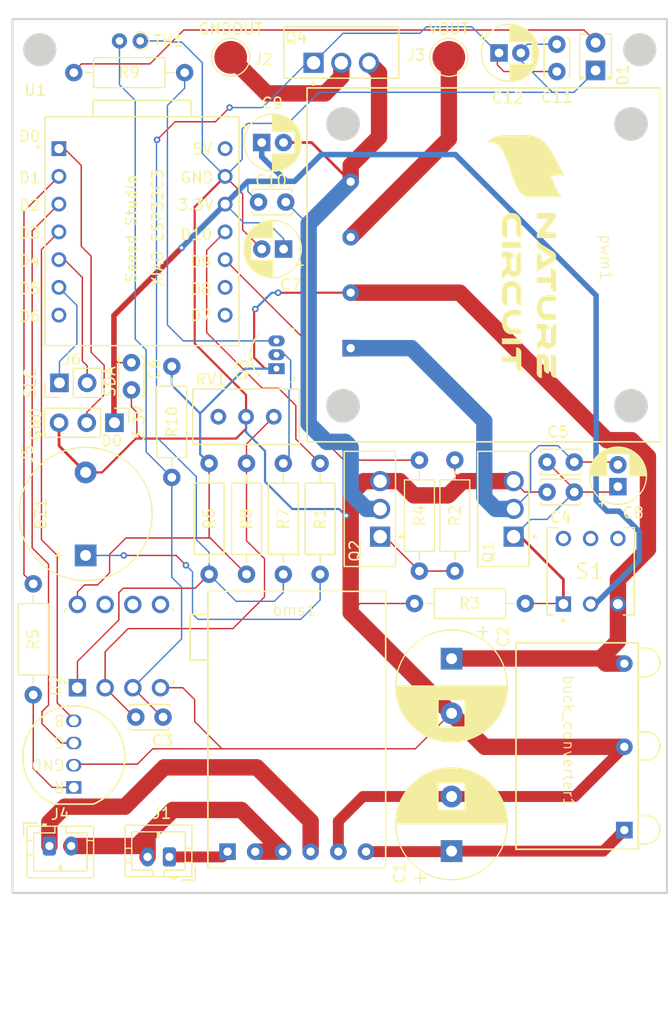
<source format=kicad_pcb>
(kicad_pcb (version 20240108) (generator "pcbnew") (generator_version "8.0")
  (layers (0 "F.Cu" signal) (31 "B.Cu" signal) (34 "B.Paste" user) (35 "F.Paste" user) (36 "B.SilkS" user "B.Silkscreen") (37 "F.SilkS" user "F.Silkscreen") (38 "B.Mask" user) (39 "F.Mask" user) (44 "Edge.Cuts" user))
  (net 0 "")
  (net 1 "GND")
  (net 2 "Net-(LED1-GREEN)")
  (net 3 "Net-(LED1-RED)")
  (net 4 "Net-(LED1-BLUE)")
  (net 5 "GNDOUT")
  (net 6 "VOUT")
  (net 8 "VOUT-3.3")
  (net 11 "Net-(C3-Pad2)")
  (net 12 "ESP32-3.3V")
  (net 14 "Net-(U1-D10)")
  (net 15 "Net-(U1-D9)")
  (net 16 "D0")
  (net 19 "Net-(U1-D1)")
  (net 20 "SLC")
  (net 22 "SDA")
  (net 23 "Net-(BZ1-+)")
  (net 24 "Net-(pwm1-GNDIN)")
  (net 25 "BAT")
  (net 26 "VIN")
  (net 27 "VOUT-5")
  (net 28 "Net-(Q2-Pad1)")
  (net 29 "Net-(C3-Pad1)")
  (net 30 "Net-(Q3-C)")
  (net 31 "Net-(Q3-B)")
  (net 32 "Net-(pwm1-GNDOUT)")
  (net 33 "Net-(D1-A)")
  (net 35 "Net-(C4-Pad1)")
  (net 36 "Net-(C11-Pad1)")
  (footprint "Capacitor_THT:CP_Radial_D5.0mm_P2.00mm" (layer "F.Cu") (at 124.85 65.75 180)
    (property "Reference" "C7")
    (property "Value" "47uF")
  )
  (footprint "Capacitor_THT:CP_Radial_D5.0mm_P2.00mm" (layer "F.Cu") (at 122.844888 56)
    (property "Reference" "C9")
    (property "Value" "47uF")
  )
  (footprint "Capacitor_THT:CP_Radial_D5.0mm_P2.00mm" (layer "F.Cu") (at 144.6 47.8)
    (property "Reference" "C12")
    (property "Value" "47uF")
  )
  (footprint "PWM_regulator_2A:PWM_regulator_2A" (layer "F.Cu") (at 127 51 -90)
    (property "Reference" "pwm1")
    (property "Value" "~")
    (fp_circle (center 3.3 -3.3) (end 4.8 -3.3) (stroke (width 0.1)) (fill solid) (layer "Edge.Cuts"))
    (fp_circle (center 29.1 -3.3) (end 30.6 -3.3) (stroke (width 0.1)) (fill solid) (layer "Edge.Cuts"))
    (fp_circle (center 3.3 -29.7) (end 4.8 -29.7) (stroke (width 0.1)) (fill solid) (layer "Edge.Cuts"))
    (fp_circle (center 29.1 -29.7) (end 30.6 -29.7) (stroke (width 0.1)) (fill solid) (layer "Edge.Cuts"))
  )
  (footprint "Resistor_THT:R_Axial_DIN0207_L6.3mm_D2.5mm_P10.16mm_Horizontal" (layer "F.Cu") (at 124.825 95.53 90)
    (property "Reference" "R7")
    (property "Value" "K10")
  )
  (footprint "Connector_JST:JST_PH_B2B-PH-K_1x02_P2.00mm_Vertical" (layer "F.Cu") (at 114.3806 121.4 180)
    (property "Reference" "J1")
    (property "Value" "Conn_01x02_Socket")
  )
  (footprint "LED_THT:LED_D2.0mm_W4.0mm_H2.8mm_FlatTop" (layer "F.Cu") (at 153.45 49.4 90)
    (property "Reference" "D1")
    (property "Value" "LED")
  )
  (footprint "footprints:RGB_LED" (layer "F.Cu") (at 105.614747 110.466574 90)
    (property "Reference" "LED1" (hide yes))
    (property "Value" "RGB" (hide yes))
  )
  (footprint "Resistor_THT:R_Axial_DIN0207_L6.3mm_D2.5mm_P10.16mm_Horizontal" (layer "F.Cu") (at 140.55 85.07 -90)
    (property "Reference" "R2")
    (property "Value" "K10")
  )
  (footprint "TestPoint:TestPoint_Pad_D3.0mm" (layer "F.Cu") (at 140 48.2)
    (property "Reference" "J3")
    (property "Value" "Conn_01x01_Pin")
  )
  (footprint "IRLZ44N:IRLZ44N" (layer "F.Cu") (at 132.76 89.54 90)
    (property "Reference" "Q2")
    (property "Value" "IRLZ44N")
  )
  (footprint "Capacitor_THT:C_Disc_D3.4mm_W2.1mm_P2.50mm" (layer "F.Cu") (at 125.05 61.45 180)
    (property "Reference" "C10")
    (property "Value" "0.1uF")
  )
  (footprint "Potentiometer_THT:Potentiometer_Bourns_3296W_Vertical" (layer "F.Cu") (at 123.95 81.1)
    (property "Reference" "RV1")
    (property "Value" "R_Potentiometer_Trim")
  )
  (footprint "Connector_JST:JST_PH_B2B-PH-K_1x02_P2.00mm_Vertical" (layer "F.Cu") (at 103.3806 120.4)
    (property "Reference" "J4")
    (property "Value" "Conn_01x02_Socket" (hide yes))
  )
  (footprint "Buzzer_Beeper:Buzzer_12x9.5RM7.6" (layer "F.Cu") (at 106.7 93.8 90)
    (property "Reference" "BZ1")
    (property "Value" "Buzzer")
  )
  (footprint "Capacitor_THT:C_Disc_D3.4mm_W2.1mm_P2.50mm" (layer "F.Cu") (at 149 85.25)
    (property "Reference" "C5")
    (property "Value" "0.1uF")
  )
  (footprint "Resistor_THT:R_Axial_DIN0204_L3.6mm_D1.6mm_P1.90mm_Vertical" (layer "F.Cu") (at 111.705 46.7 180)
    (property "Reference" "TH1")
    (property "Value" "Thermistor_NTC")
  )
  (footprint "Connector_PinHeader_2.54mm:PinHeader_1x02_P2.54mm_Vertical" (layer "F.Cu") (at 104.3 78 90)
    (property "Reference" "J6")
    (property "Value" "Conn_01x02_Socket")
  )
  (footprint "Resistor_THT:R_Axial_DIN0207_L6.3mm_D2.5mm_P10.16mm_Horizontal" (layer "F.Cu") (at 128.2 85.37 -90)
    (property "Reference" "R1")
    (property "Value" "R150")
  )
  (footprint "digikey-footprints:TO-92-3" (layer "F.Cu") (at 124.2 76.7 90)
    (property "Reference" "Q3")
    (property "Value" "2N3906")
  )
  (footprint "Capacitor_THT:C_Disc_D3.4mm_W2.1mm_P2.50mm" (layer "F.Cu") (at 110.9 76.15 -90)
    (property "Reference" "C6")
    (property "Value" "0.1uF")
  )
  (footprint "Resistor_THT:R_Axial_DIN0207_L6.3mm_D2.5mm_P10.16mm_Horizontal" (layer "F.Cu") (at 137.3 95.235 90)
    (property "Reference" "R4")
    (property "Value" "R200")
  )
  (footprint "Resistor_THT:R_Axial_DIN0207_L6.3mm_D2.5mm_P10.16mm_Horizontal" (layer "F.Cu") (at 118.025 95.525 90)
    (property "Reference" "R6")
    (property "Value" "K4.7")
  )
  (footprint "Capacitor_THT:C_Disc_D3.4mm_W2.1mm_P2.50mm" (layer "F.Cu") (at 149.9 49.5 90)
    (property "Reference" "C11")
    (property "Value" "0.1uF")
  )
  (footprint "Resistor_THT:R_Axial_DIN0207_L6.3mm_D2.5mm_P10.16mm_Horizontal" (layer "F.Cu") (at 136.85 98.2)
    (property "Reference" "R3")
    (property "Value" "K10")
  )
  (footprint "Battery_module_MH-CD42_THT:MH_CD42_Charge_Discharge_Module" (layer "F.Cu") (at 117.9094 122.3865)
    (property "Reference" "bms1")
    (property "Value" "~")
  )
  (footprint "Capacitor_THT:C_Disc_D3.4mm_W2.1mm_P2.50mm" (layer "F.Cu") (at 111.3 108.6)
    (property "Reference" "C3")
    (property "Value" "0.1uF")
  )
  (footprint "Buck_Converter_TZT_THT:TZT_4A_Mini_DC_DC_Buck_Converter" (layer "F.Cu") (at 146.1587 101.8012 -90)
    (property "Reference" "buck_converter1")
    (property "Value" "~")
  )
  (footprint "Capacitor_THT:CP_Radial_D5.0mm_P2.00mm" (layer "F.Cu") (at 155.5 87.5 90)
    (property "Reference" "C8")
    (property "Value" "47uF")
  )
  (footprint "Seeed_Studio_XIAO_ESP32C3:MODULE_Seeed_Studio_XIAO_ESP32C3" (layer "F.Cu") (at 111.87 64.1165)
    (property "Reference" "U1")
    (property "Value" "Seeed_Studio_XIAO_ESP32C3")
  )
  (footprint "Resistor_THT:R_Axial_DIN0207_L6.3mm_D2.5mm_P10.16mm_Horizontal" (layer "F.Cu") (at 105.62 49.6)
    (property "Reference" "R9")
    (property "Value" "R50")
  )
  (footprint "Resistor_THT:R_Axial_DIN0207_L6.3mm_D2.5mm_P10.16mm_Horizontal" (layer "F.Cu") (at 121.45 95.525 90)
    (property "Reference" "R8")
    (property "Value" "K5")
  )
  (footprint "IRLZ44N:IRLZ44N" (layer "F.Cu") (at 145 89.54 90)
    (property "Reference" "Q1")
    (property "Value" "IRLZ44N")
  )
  (footprint "IRLZ44N:IRLZ44N" (layer "F.Cu") (at 130.14 47.76)
    (property "Reference" "Q4")
    (property "Value" "IRLZ44N")
  )
  (footprint "TL2285EE:SW_TL2285EE" (layer "F.Cu") (at 153 95.25)
    (property "Reference" "S1")
    (property "Value" "TL2285EE")
  )
  (footprint "Capacitor_THT:C_Disc_D3.4mm_W2.1mm_P2.50mm" (layer "F.Cu") (at 151.5 88 180)
    (property "Reference" "C4")
    (property "Value" "0.1uF")
  )
  (footprint "TestPoint:TestPoint_Pad_D3.0mm" (layer "F.Cu") (at 120 48.2)
    (property "Reference" "J2")
    (property "Value" "Conn_01x01_Pin")
  )
  (footprint "Capacitor_THT:CP_Radial_D10.0mm_P5.00mm" (layer "F.Cu") (at 140.25 103.25 -90)
    (property "Reference" "C2")
    (property "Value" "1000uF" (hide yes))
  )
  (footprint "Resistor_THT:R_Axial_DIN0207_L6.3mm_D2.5mm_P10.16mm_Horizontal" (layer "F.Cu") (at 114.6 86.655 90)
    (property "Reference" "R10")
    (property "Value" "K7")
  )
  (footprint "digikey-footprints:DIP-8_W7.62mm" (layer "F.Cu") (at 105.95 105.91 90)
    (property "Reference" "U2")
    (property "Value" "LM393N_LTB")
  )
  (footprint "Resistor_THT:R_Axial_DIN0207_L6.3mm_D2.5mm_P10.16mm_Horizontal" (layer "F.Cu") (at 101.9 106.56 90)
    (property "Reference" "R5")
    (property "Value" "R65")
  )
  (footprint "Capacitor_THT:CP_Radial_D10.0mm_P5.00mm" (layer "F.Cu") (at 140.25 120.867677 90)
    (property "Reference" "C1")
    (property "Value" "1000uF")
  )
  (footprint "Connector_PinHeader_2.54mm:PinHeader_1x03_P2.54mm_Vertical" (layer "F.Cu") (at 109.345 81.65 -90)
    (property "Reference" "J5")
    (property "Value" "Conn_01x03_Pin")
  )
  (gr_poly (pts (xy 150.115735 59.015173) (xy 149.709332 59.047687) (xy 148.4224 59.047687) (xy 148.230626 59.048036) (xy 148.044036 59.046227) (xy 147.952498 59.043173) (xy 147.862033 59.037972) (xy 147.772566 59.030088) (xy 147.684022 59.018986) (xy 147.596328 59.004129) (xy 147.509409 58.984982) (xy 147.42319 58.961009) (xy 147.337598 58.931674) (xy 147.252557 58.896441) (xy 147.167993 58.854775) (xy 147.083832 58.80614) (xy 147 58.75) (xy 146.948769 58.711265) (xy 146.900361 58.670691) (xy 146.854593 58.628374) (xy 146.811279 58.584413) (xy 146.770235 58.538903) (xy 146.731277 58.491944) (xy 146.69422 58.44363) (xy 146.658879 58.394061) (xy 146.62507 58.343333) (xy 146.592609 58.291543) (xy 146.56131 58.238789) (xy 146.53099 58.185168) (xy 146.472547 58.075713) (xy 146.415802 57.963956) (xy 146.364035 57.856354) (xy 146.313993 57.745173) (xy 146.217406 57.514619) (xy 146.026504 57.038549) (xy 145.925489 56.803208) (xy 145.872125 56.688438) (xy 145.816299 56.576448) (xy 145.75759 56.467876) (xy 145.695582 56.363357) (xy 145.629856 56.263527) (xy 145.559991 56.169022) (xy 145.518381 56.117506) (xy 145.475569 56.067415) (xy 145.431523 56.01884) (xy 145.386207 55.97187) (xy 145.339587 55.926597) (xy 145.291629 55.883111) (xy 145.2423 55.841503) (xy 145.191563 55.801865) (xy 145.139386 55.764286) (xy 145.085734 55.728858) (xy 145.030573 55.695671) (xy 144.973869 55.664816) (xy 144.915587 55.636384) (xy 144.855693 55.610466) (xy 144.794153 55.587153) (xy 144.730932 55.566534) (xy 144.121106 55.494653) (xy 144.228005 55.461855) (xy 144.334047 55.433479) (xy 144.439385 55.409207) (xy 144.544173 55.38872) (xy 144.648565 55.371702) (xy 144.752715 55.357833) (xy 144.856776 55.346794) (xy 144.960901 55.338269) (xy 145.16996 55.327485) (xy 145.381121 55.322934) (xy 145.814667 55.322348) (xy 146.534001 55.310817) (xy 146.896201 55.31165) (xy 147.076395 55.318163) (xy 147.255398 55.330434) (xy 147.432769 55.349733) (xy 147.608069 55.377332) (xy 147.780858 55.4145) (xy 147.950696 55.462509) (xy 148.117143 55.522628) (xy 148.279758 55.596128) (xy 148.438103 55.68428) (xy 148.515536 55.734248) (xy 148.591736 55.788354) (xy 148.6525 55.835674) (xy 148.712247 55.88639) (xy 148.828733 55.997296) (xy 148.941291 56.119642) (xy 149.050014 56.251994) (xy 149.154999 56.392921) (xy 149.256341 56.54099) (xy 149.354135 56.694769) (xy 149.448476 56.852826) (xy 149.53946 57.013729) (xy 149.627181 57.176045) (xy 149.793219 57.499188) (xy 150.090338 58.099417) (xy 150.589868 59.015173)) (stroke (width -0.000001)) (fill solid) (layer "F.SilkS"))
  (gr_poly (pts (xy 146.571802 76.948367) (xy 146.555363 76.947931) (xy 146.538915 76.946623) (xy 146.522457 76.944443) (xy 146.50599 76.941391) (xy 146.489513 76.937467) (xy 146.473026 76.93267) (xy 146.45653 76.927002) (xy 146.440024 76.920462) (xy 146.423509 76.91305) (xy 146.406984 76.904765) (xy 146.390449 76.895609) (xy 146.373904 76.88558) (xy 146.35735 76.87468) (xy 146.340786 76.862907) (xy 146.324213 76.850263) (xy 146.307629 76.836746) (xy 146.290658 76.821936) (xy 146.274782 76.806031) (xy 146.26 76.789031) (xy 146.246314 76.770936) (xy 146.233723 76.751746) (xy 146.222226 76.731461) (xy 146.211824 76.710081) (xy 146.202518 76.687607) (xy 146.194306 76.664037) (xy 146.187189 76.639373) (xy 146.181167 76.613613) (xy 146.17624 76.586759) (xy 146.172407 76.55881) (xy 146.16967 76.529766) (xy 146.168028 76.499627) (xy 146.16748 76.468393) (xy 146.16748 76.123611) (xy 144.866479 76.123611) (xy 144.866479 75.589069) (xy 146.16748 75.589069) (xy 146.16748 74.768036) (xy 146.243139 74.768036) (xy 146.259442 74.768482) (xy 146.275792 74.769819) (xy 146.292191 74.772047) (xy 146.308639 74.775167) (xy 146.325135 74.779178) (xy 146.341679 74.784081) (xy 146.358272 74.789875) (xy 146.374913 74.796561) (xy 146.391603 74.804138) (xy 146.408341 74.812606) (xy 146.425128 74.821966) (xy 146.441963 74.832217) (xy 146.458847 74.843359) (xy 146.475779 74.855393) (xy 146.49276 74.868318) (xy 146.50979 74.882135) (xy 146.521708 74.895167) (xy 146.532967 74.907909) (xy 146.543567 74.92036) (xy 146.553509 74.93252) (xy 146.562791 74.94439) (xy 146.571415 74.955969) (xy 146.579379 74.967257) (xy 146.586685 74.978254) (xy 146.593332 74.988961) (xy 146.59932 74.999377) (xy 146.604649 75.009502) (xy 146.609319 75.019337) (xy 146.61333 75.02888) (xy 146.616683 75.038134) (xy 146.619376 75.047096) (xy 146.621411 75.055768) (xy 146.626934 75.071116) (xy 146.63172 75.086154) (xy 146.635769 75.100882) (xy 146.637518 75.10813) (xy 146.639082 75.1153) (xy 146.640462 75.122393) (xy 146.641659 75.129408) (xy 146.642671 75.136345) (xy 146.643499 75.143205) (xy 146.644143 75.149988) (xy 146.644603 75.156693) (xy 146.644879 75.16332) (xy 146.644971 75.16987) (xy 146.644971 76.948367)) (stroke (width -0.000001)) (fill solid) (layer "F.SilkS"))
  (gr_poly (pts (xy 144.866479 65.64487) (xy 144.866479 65.115292) (xy 146.447778 65.115292) (xy 146.463634 65.115849) (xy 146.478957 65.117521) (xy 146.493748 65.120306) (xy 146.500943 65.122117) (xy 146.508005 65.124206) (xy 146.514934 65.126574) (xy 146.52173 65.12922) (xy 146.528392 65.132145) (xy 146.534921 65.135349) (xy 146.541317 65.138831) (xy 146.54758 65.142591) (xy 146.55371 65.14663) (xy 146.559706 65.150948) (xy 146.565569 65.155545) (xy 146.571299 65.160419) (xy 146.582359 65.171005) (xy 146.592887 65.182705) (xy 146.602881 65.195519) (xy 146.612343 65.209448) (xy 146.621271 65.22449) (xy 146.629667 65.240648) (xy 146.63753 65.257919) (xy 146.639275 65.265011) (xy 146.640786 65.272026) (xy 146.642065 65.278964) (xy 146.643111 65.285824) (xy 146.643925 65.292606) (xy 146.644506 65.299311) (xy 146.644854 65.305938) (xy 146.644971 65.312488) (xy 146.644971 65.64487)) (stroke (width -0.000001)) (fill solid) (layer "F.SilkS"))
  (gr_poly (pts (xy 149.843998 62.774304) (xy 149.842472 62.793397) (xy 149.839928 62.812403) (xy 149.836368 62.831321) (xy 149.831789 62.850153) (xy 149.826194 62.868897) (xy 149.819581 62.887554) (xy 149.811951 62.906124) (xy 149.803303 62.924606) (xy 149.793638 62.943001) (xy 149.782955 62.961309) (xy 149.771255 62.97953) (xy 149.758538 62.997664) (xy 149.744803 63.01571) (xy 149.730051 63.033669) (xy 149.714282 63.051541) (xy 148.775427 64.208679) (xy 149.639868 64.208679) (xy 149.656771 64.209246) (xy 149.673064 64.210946) (xy 149.688746 64.213781) (xy 149.703818 64.217749) (xy 149.711125 64.220158) (xy 149.718279 64.22285) (xy 149.725281 64.225826) (xy 149.73213 64.229085) (xy 149.738826 64.232628) (xy 149.74537 64.236454) (xy 149.751761 64.240564) (xy 149.758 64.244957) (xy 149.764086 64.249633) (xy 149.77002 64.254593) (xy 149.781429 64.265362) (xy 149.792227 64.277266) (xy 149.802416 64.290303) (xy 149.811994 64.304473) (xy 149.820962 64.319778) (xy 149.829319 64.336216) (xy 149.837066 64.353787) (xy 149.838811 64.360879) (xy 149.840322 64.367894) (xy 149.841601 64.374832) (xy 149.842647 64.381692) (xy 149.843461 64.388475) (xy 149.844042 64.39518) (xy 149.84439 64.401808) (xy 149.844507 64.408359) (xy 149.844507 64.740741) (xy 148.066009 64.740741) (xy 148.066009 64.436883) (xy 148.066586 64.41719) (xy 148.068315 64.397486) (xy 148.071198 64.377773) (xy 148.075233 64.35805) (xy 148.080422 64.338318) (xy 148.086764 64.318576) (xy 148.094258 64.298824) (xy 148.102906 64.279063) (xy 148.112707 64.259292) (xy 148.12366 64.239511) (xy 148.135767 64.21972) (xy 148.149027 64.19992) (xy 148.16344 64.180111) (xy 148.179007 64.160291) (xy 148.195726 64.140462) (xy 148.213598 64.120624) (xy 148.21756 64.115733) (xy 148.228178 64.102324) (xy 148.269409 64.04993) (xy 148.435602 63.841571) (xy 148.561794 63.684061) (xy 148.717132 63.489343) (xy 148.902857 63.2568) (xy 149.120209 62.985809) (xy 149.120209 62.983331) (xy 148.066009 62.983331) (xy 148.066009 62.451269) (xy 149.844507 62.451266) (xy 149.844507 62.755124)) (stroke (width -0.000001)) (fill solid) (layer "F.SilkS"))
  (gr_poly (pts (xy 148.952771 70.511551) (xy 148.93378 70.511919) (xy 148.915254 70.513023) (xy 148.897193 70.514864) (xy 148.888337 70.51606) (xy 148.879597 70.517441) (xy 148.870974 70.519005) (xy 148.862467 70.520754) (xy 148.854076 70.522687) (xy 148.845802 70.524804) (xy 148.837644 70.527105) (xy 148.829602 70.52959) (xy 148.821676 70.53226) (xy 148.813867 70.535113) (xy 148.806173 70.538277) (xy 148.798595 70.541567) (xy 148.791134 70.544983) (xy 148.783789 70.548524) (xy 148.776561 70.552192) (xy 148.769449 70.555985) (xy 148.762453 70.559905) (xy 148.755574 70.56395) (xy 148.748811 70.568122) (xy 148.742164 70.572419) (xy 148.735633 70.576842) (xy 148.729219 70.581392) (xy 148.722921 70.586067) (xy 148.716739 70.590868) (xy 148.710673 70.595795) (xy 148.704724 70.600848) (xy 148.698881 70.606172) (xy 148.693135 70.611603) (xy 148.687486 70.61714) (xy 148.681934 70.622784) (xy 148.676479 70.628534) (xy 148.671121 70.634391) (xy 148.66586 70.640355) (xy 148.660695 70.646425) (xy 148.655628 70.652602) (xy 148.650658 70.658886) (xy 148.645784 70.665276) (xy 148.641008 70.671772) (xy 148.636328 70.678376) (xy 148.631745 70.685086) (xy 148.627259 70.691902) (xy 148.62287 70.698825) (xy 148.614672 70.713185) (xy 148.606823 70.727738) (xy 148.599323 70.742485) (xy 148.592172 70.757426) (xy 148.58537 70.772561) (xy 148.578918 70.787889) (xy 148.572814 70.803412) (xy 148.567059 70.819128) (xy 148.561963 70.83531) (xy 148.557215 70.851608) (xy 148.552816 70.868022) (xy 148.548766 70.884552) (xy 148.545065 70.901198) (xy 148.541712 70.917961) (xy 148.538709 70.934839) (xy 148.536053 70.951834) (xy 148.533728 70.968848) (xy 148.531712 70.985785) (xy 148.530008 71.002645) (xy 148.528613 71.019427) (xy 148.527529 71.036131) (xy 148.526754 71.052758) (xy 148.52629 71.069307) (xy 148.526135 71.085779) (xy 148.526702 71.119154) (xy 148.528402 71.151996) (xy 148.531237 71.184305) (xy 148.535205 71.216081) (xy 148.540306 71.247325) (xy 148.546541 71.278035) (xy 148.55391 71.308212) (xy 148.562413 71.337857) (xy 148.572049 71.366968) (xy 148.582819 71.395547) (xy 148.594723 71.423593) (xy 148.60776 71.451105) (xy 148.621931 71.478086) (xy 148.637236 71.504533) (xy 148.653674 71.530447) (xy 148.671246 71.555829) (xy 148.686236 71.572649) (xy 148.701439 71.588384) (xy 148.716854 71.603034) (xy 148.732484 71.616599) (xy 148.748326 71.629079) (xy 148.764381 71.640473) (xy 148.78065 71.650783) (xy 148.797131 71.660007) (xy 148.813826 71.668146) (xy 148.830734 71.675199) (xy 148.847855 71.681168) (xy 148.865189 71.686051) (xy 148.882737 71.689849) (xy 148.900497 71.692562) (xy 148.918471 71.69419) (xy 148.936658 71.694733) (xy 149.550574 71.694733) (xy 149.569418 71.694999) (xy 149.587508 71.695798) (xy 149.604841 71.697131) (xy 149.621419 71.698996) (xy 149.637242 71.701394) (xy 149.652308 71.704325) (xy 149.666619 71.707789) (xy 149.680175 71.711786) (xy 149.692975 71.716316) (xy 149.705019 71.721379) (xy 149.716307 71.726974) (xy 149.72684 71.733103) (xy 149.736617 71.739764) (xy 149.745638 71.746958) (xy 149.753904 71.754685) (xy 149.761413 71.762945) (xy 149.769673 71.771594) (xy 149.7774 71.780484) (xy 149.784594 71.789616) (xy 149.791255 71.798991) (xy 149.797383 71.808608) (xy 149.802979 71.818467) (xy 149.808042 71.828568) (xy 149.812572 71.838911) (xy 149.816569 71.849497) (xy 149.820033 71.860325) (xy 149.822964 71.871395) (xy 149.825362 71.882707) (xy 149.827228 71.894261) (xy 149.82856 71.906058) (xy 149.82936 71.918096) (xy 149.829626 71.930377) (xy 149.829626 72.224313) (xy 148.904407 72.224313) (xy 148.855355 72.22287) (xy 148.807417 72.218538) (xy 148.760594 72.21132) (xy 148.714884 72.201214) (xy 148.670289 72.188221) (xy 148.626809 72.17234) (xy 148.584442 72.153572) (xy 148.54319 72.131916) (xy 148.503052 72.107373) (xy 148.464028 72.079942) (xy 148.426118 72.049625) (xy 148.389323 72.016419) (xy 148.353642 71.980327) (xy 148.319075 71.941347) (xy 148.285622 71.899479) (xy 148.253284 71.854724) (xy 148.229856 71.814368) (xy 148.207939 71.773605) (xy 148.187534 71.732435) (xy 148.16864 71.690858) (xy 148.151257 71.648874) (xy 148.135386 71.606483) (xy 148.121027 71.563685) (xy 148.108179 71.520481) (xy 148.096842 71.476869) (xy 148.087017 71.43285) (xy 148.078703 71.388425) (xy 148.071901 71.343592) (xy 148.06661 71.298353) (xy 148.062831 71.252707) (xy 148.060564 71.206653) (xy 148.059808 71.160193) (xy 148.059808 71.096942) (xy 148.060763 71.042851) (xy 148.063626 70.989409) (xy 148.068398 70.936617) (xy 148.075079 70.884474) (xy 148.083669 70.83298) (xy 148.094168 70.782135) (xy 148.106575 70.73194) (xy 148.120891 70.682393) (xy 148.137117 70.633496) (xy 148.15525 70.585248) (xy 148.175293 70.537649) (xy 148.197245 70.4907) (xy 148.221105 70.444399) (xy 148.246874 70.398748) (xy 148.274552 70.353746) (xy 148.304138 70.309393) (xy 148.336413 70.271096) (xy 148.369366 70.23527) (xy 148.402998 70.201914) (xy 148.437307 70.17103) (xy 148.472295 70.142616) (xy 148.507961 70.116672) (xy 148.544306 70.0932) (xy 148.581328 70.072198) (xy 148.619029 70.053668) (xy 148.657409 70.037607) (xy 148.696466 70.024018) (xy 148.736202 70.0129) (xy 148.776616 70.004252) (xy 148.817709 69.998075) (xy 148.859479 69.994369) (xy 148.901929 69.993133) (xy 149.618786 69.993133) (xy 149.636179 69.993754) (xy 149.653009 69.995614) (xy 149.661213 69.997009) (xy 149.669277 69.998714) (xy 149.6772 70.00073) (xy 149.684983 70.003055) (xy 149.692625 70.00569) (xy 149.700127 70.008636) (xy 149.707488 70.011891) (xy 149.714709 70.015457) (xy 149.721789 70.019333) (xy 149.728729 70.023518) (xy 149.735528 70.028014) (xy 149.742187 70.03282) (xy 149.755084 70.043362) (xy 149.767418 70.055144) (xy 149.779191 70.068166) (xy 149.790401 70.082429) (xy 149.80105 70.097932) (xy 149.811137 70.114675) (xy 149.820663 70.132659) (xy 149.829626 70.151883) (xy 149.830677 70.155317) (xy 149.83166 70.158801) (xy 149.832575 70.162332) (xy 149.833422 70.165912) (xy 149.834913 70.173218) (xy 149.836133 70.180717) (xy 149.837081 70.18841) (xy 149.837758 70.196297) (xy 149.838164 70.204378) (xy 149.838299 70.212652) (xy 149.838299 70.511551)) (stroke (width -0.000001)) (fill solid) (layer "F.SilkS"))
  (gr_poly (pts (xy 149.83755 74.208031) (xy 149.835282 74.245122) (xy 149.833581 74.263405) (xy 149.831503 74.281515) (xy 149.829046 74.299449) (xy 149.826212 74.31721) (xy 149.823 74.334796) (xy 149.81941 74.352208) (xy 149.815442 74.369445) (xy 149.811096 74.386508) (xy 149.806373 74.403396) (xy 149.801271 74.42011) (xy 149.795792 74.43665) (xy 149.789935 74.453015) (xy 149.783725 74.469308) (xy 149.777184 74.485319) (xy 149.770315 74.50105) (xy 149.763116 74.516499) (xy 149.755587 74.531668) (xy 149.74773 74.546556) (xy 149.739542 74.561162) (xy 149.731026 74.575488) (xy 149.722179 74.589532) (xy 149.713004 74.603296) (xy 149.703499 74.616779) (xy 149.693664 74.62998) (xy 149.6835 74.642901) (xy 149.673007 74.655541) (xy 149.662184 74.6679) (xy 149.651031 74.679977) (xy 149.639559 74.691905) (xy 149.627777 74.703503) (xy 149.615685 74.714772) (xy 149.603282 74.725711) (xy 149.59057 74.736321) (xy 149.577547 74.746602) (xy 149.564214 74.756553) (xy 149.550571 74.766174) (xy 149.536618 74.775466) (xy 149.522355 74.784429) (xy 149.507782 74.793062) (xy 149.492899 74.801366) (xy 149.477706 74.80934) (xy 149.462203 74.816985) (xy 149.44639 74.824301) (xy 149.430267 74.831287) (xy 149.413863 74.837895) (xy 149.397207 74.844076) (xy 149.380299 74.849832) (xy 149.36314 74.855161) (xy 149.345728 74.860064) (xy 149.328064 74.864541) (xy 149.310149 74.868591) (xy 149.291981 74.872215) (xy 149.273562 74.875412) (xy 149.254891 74.878184) (xy 149.235968 74.880529) (xy 149.216793 74.882447) (xy 149.197366 74.883939) (xy 149.177687 74.885005) (xy 149.157756 74.885645) (xy 149.137573 74.885858) (xy 149.091873 74.884652) (xy 149.047481 74.881033) (xy 149.004397 74.875001) (xy 148.962621 74.866557) (xy 148.922154 74.855699) (xy 148.882994 74.84243) (xy 148.845143 74.826747) (xy 148.8086 74.808652) (xy 148.773364 74.788145) (xy 148.739437 74.765225) (xy 148.706818 74.739892) (xy 148.675507 74.712146) (xy 148.645504 74.681988) (xy 148.616809 74.649417) (xy 148.589421 74.614434) (xy 148.563342 74.577038) (xy 148.563342 74.57456) (xy 148.56087 74.57456) (xy 148.062298 75.054532) (xy 148.05982 75.054532) (xy 148.05982 74.351318) (xy 148.451739 73.969327) (xy 148.451739 73.128448) (xy 148.061066 73.128448) (xy 148.061066 72.596387) (xy 148.739459 72.596384) (xy 148.754855 72.596747) (xy 148.770348 72.597837) (xy 148.785938 72.599654) (xy 148.801625 72.602197) (xy 148.817409 72.605467) (xy 148.83329 72.609464) (xy 148.849268 72.614188) (xy 148.865343 72.619638) (xy 148.881514 72.625815) (xy 148.897782 72.632719) (xy 148.914147 72.640349) (xy 148.930609 72.648706) (xy 148.947168 72.65779) (xy 148.963823 72.6676) (xy 148.980575 72.678137) (xy 148.997424 72.689401) (xy 149.020703 72.708261) (xy 149.042481 72.727945) (xy 149.062756 72.748453) (xy 149.081529 72.769784) (xy 149.098801 72.791939) (xy 149.11457 72.814917) (xy 149.128837 72.838719) (xy 149.141603 72.863344) (xy 149.152867 72.888793) (xy 149.162628 72.915066) (xy 149.170888 72.942162) (xy 149.177646 72.970082) (xy 149.182903 72.998825) (xy 149.186657 73.028392) (xy 149.18891 73.058782) (xy 149.18966 73.089996) (xy 149.18966 73.128445) (xy 148.929211 73.128445) (xy 148.929211 74.137994) (xy 148.92941 74.149937) (xy 148.930006 74.161578) (xy 148.930999 74.17292) (xy 148.932389 74.183961) (xy 148.934177 74.194702) (xy 148.936362 74.205142) (xy 148.938944 74.215282) (xy 148.941924 74.225122) (xy 148.945301 74.234661) (xy 148.949075 74.2439) (xy 148.953247 74.252838) (xy 148.957816 74.261476) (xy 148.962782 74.269814) (xy 148.968146 74.277851) (xy 148.973907 74.285587) (xy 148.980066 74.293024) (xy 148.986751 74.300082) (xy 148.993785 74.306686) (xy 149.001167 74.312834) (xy 149.008899 74.318526) (xy 149.01698 74.323763) (xy 149.025409 74.328545) (xy 149.034188 74.332871) (xy 149.043315 74.336742) (xy 149.052791 74.340158) (xy 149.062616 74.343118) (xy 149.07279 74.345623) (xy 149.083313 74.347672) (xy 149.094185 74.349266) (xy 149.105406 74.350404) (xy 149.116975 74.351088) (xy 149.128894 74.351315) (xy 149.163617 74.351315) (xy 149.181363 74.350787) (xy 149.198325 74.349203) (xy 149.214501 74.346563) (xy 149.229893 74.342866) (xy 149.2445 74.338113) (xy 149.258322 74.332305) (xy 149.264938 74.329004) (xy 149.271359 74.32544) (xy 149.277583 74.321611) (xy 149.283611 74.317519) (xy 149.289443 74.313162) (xy 149.295079 74.308542) (xy 149.300518 74.303657) (xy 149.305761 74.298509) (xy 149.310808 74.293096) (xy 149.315659 74.287419) (xy 149.324772 74.275274) (xy 149.3331 74.262072) (xy 149.340643 74.247815) (xy 149.347401 74.232501) (xy 149.353375 74.216132) (xy 149.354276 74.213748) (xy 149.355119 74.211248) (xy 149.355904 74.208632) (xy 149.356631 74.205899) (xy 149.3573 74.203051) (xy 149.35791 74.200086) (xy 149.358462 74.197004) (xy 149.358956 74.193807) (xy 149.359392 74.190493) (xy 149.35977 74.187063) (xy 149.360089 74.183516) (xy 149.360351 74.179854) (xy 149.360554 74.176075) (xy 149.360699 74.17218) (xy 149.360786 74.168169) (xy 149.360815 74.164041) (xy 149.360815 73.128445) (xy 149.36112 73.102221) (xy 149.362036 73.076878) (xy 149.363562 73.052417) (xy 149.365699 73.028838) (xy 149.368445 73.006141) (xy 149.371803 72.984325) (xy 149.375771 72.963392) (xy 149.380349 72.943339) (xy 149.385538 72.924169) (xy 149.391337 72.905881) (xy 149.397746 72.888474) (xy 149.404767 72.871949) (xy 149.412397 72.856306) (xy 149.420638 72.841544) (xy 149.42949 72.827665) (xy 149.438952 72.814667) (xy 149.446276 72.802981) (xy 149.453988 72.791489) (xy 149.462087 72.780191) (xy 149.470575 72.769087) (xy 149.47945 72.758176) (xy 149.488714 72.74746) (xy 149.498365 72.736937) (xy 149.508404 72.726608) (xy 149.519082 72.716841) (xy 149.530031 72.707384) (xy 149.541252 72.698238) (xy 149.552743 72.689401) (xy 149.564506 72.680875) (xy 149.57654 72.672658) (xy 149.588845 72.664752) (xy 149.601422 72.657156) (xy 149.614559 72.650218) (xy 149.62793 72.643668) (xy 149.641533 72.637506) (xy 149.655369 72.631731) (xy 149.669438 72.626344) (xy 149.68374 72.621344) (xy 149.698275 72.616731) (xy 149.713043 72.612506) (xy 149.728294 72.608727) (xy 149.743662 72.605452) (xy 149.759145 72.602681) (xy 149.774745 72.600414) (xy 149.790461 72.598651) (xy 149.806293 72.597391) (xy 149.822241 72.596635) (xy 149.838306 72.596384) (xy 149.838306 74.170242)) (stroke (width -0.000001)) (fill solid) (layer "F.SilkS"))
  (gr_poly (pts (xy 145.759442 71.843561) (xy 145.740451 71.843929) (xy 145.721925 71.845033) (xy 145.703864 71.846874) (xy 145.695008 71.84807) (xy 145.686268 71.849451) (xy 145.677644 71.851016) (xy 145.669137 71.852765) (xy 145.660745 71.854698) (xy 145.65247 71.856815) (xy 145.644311 71.859117) (xy 145.636269 71.861602) (xy 145.628342 71.864272) (xy 145.620532 71.867126) (xy 145.612839 71.87029) (xy 145.605262 71.87358) (xy 145.597802 71.876995) (xy 145.590457 71.880537) (xy 145.583229 71.884204) (xy 145.576117 71.887997) (xy 145.569121 71.891917) (xy 145.562242 71.895962) (xy 145.555479 71.900133) (xy 145.548832 71.90443) (xy 145.542302 71.908853) (xy 145.535888 71.913402) (xy 145.52959 71.918077) (xy 145.523409 71.922878) (xy 145.517344 71.927805) (xy 145.511395 71.932858) (xy 145.505552 71.938183) (xy 145.499806 71.943614) (xy 145.494157 71.949151) (xy 145.488604 71.954795) (xy 145.483149 71.960546) (xy 145.47779 71.966403) (xy 145.472528 71.972367) (xy 145.467364 71.978438) (xy 145.462296 71.984615) (xy 145.457325 71.990898) (xy 145.452451 71.997288) (xy 145.447674 72.003785) (xy 145.442993 72.010389) (xy 145.43841 72.017098) (xy 145.433924 72.023915) (xy 145.429535 72.030838) (xy 145.421339 72.045198) (xy 145.413491 72.059751) (xy 145.405992 72.074498) (xy 145.398842 72.089439) (xy 145.39204 72.104574) (xy 145.385586 72.119902) (xy 145.379481 72.135425) (xy 145.373724 72.151141) (xy 145.368628 72.167322) (xy 145.36388 72.183619) (xy 145.359481 72.200032) (xy 145.355431 72.216562) (xy 145.35173 72.233208) (xy 145.348378 72.249971) (xy 145.345374 72.266849) (xy 145.342718 72.283844) (xy 145.340395 72.300859) (xy 145.338381 72.317796) (xy 145.336677 72.334656) (xy 145.335284 72.351438) (xy 145.3342 72.368143) (xy 145.333425 72.38477) (xy 145.332961 72.401319) (xy 145.332806 72.417792) (xy 145.333373 72.451166) (xy 145.335074 72.484008) (xy 145.337908 72.516317) (xy 145.341876 72.548093) (xy 145.346977 72.579336) (xy 145.353212 72.610046) (xy 145.360581 72.640224) (xy 145.369083 72.669868) (xy 145.378719 72.69898) (xy 145.389489 72.727558) (xy 145.401392 72.755604) (xy 145.414429 72.783117) (xy 145.428599 72.810097) (xy 145.443903 72.836544) (xy 145.46034 72.862458) (xy 145.477911 72.887839) (xy 145.492901 72.90466) (xy 145.508104 72.920395) (xy 145.523519 72.935046) (xy 145.539149 72.948611) (xy 145.554991 72.961091) (xy 145.571046 72.972485) (xy 145.587315 72.982795) (xy 145.603796 72.992019) (xy 145.620491 73.000158) (xy 145.637399 73.007212) (xy 145.65452 73.013181) (xy 145.671854 73.018064) (xy 145.689402 73.021862) (xy 145.707162 73.024575) (xy 145.725136 73.026203) (xy 145.743323 73.026746) (xy 146.357239 73.026746) (xy 146.376085 73.027012) (xy 146.394175 73.027811) (xy 146.411509 73.029144) (xy 146.428088 73.031009) (xy 146.443911 73.033407) (xy 146.458978 73.036338) (xy 146.473289 73.039802) (xy 146.486844 73.043799) (xy 146.499644 73.048329) (xy 146.511688 73.053392) (xy 146.522976 73.058987) (xy 146.533508 73.065116) (xy 146.543285 73.071777) (xy 146.552305 73.078971) (xy 146.56057 73.086698) (xy 146.568078 73.094958) (xy 146.576339 73.103606) (xy 146.584066 73.112496) (xy 146.591261 73.121628) (xy 146.597922 73.131002) (xy 146.604051 73.140619) (xy 146.609647 73.150478) (xy 146.614709 73.160579) (xy 146.619239 73.170922) (xy 146.623236 73.181508) (xy 146.626699 73.192335) (xy 146.62963 73.203406) (xy 146.632028 73.214718) (xy 146.633893 73.226273) (xy 146.635226 73.238069) (xy 146.636025 73.250109) (xy 146.636291 73.26239) (xy 146.636291 73.556326) (xy 145.711078 73.556326) (xy 145.662026 73.554882) (xy 145.614088 73.550551) (xy 145.567265 73.543333) (xy 145.521556 73.533227) (xy 145.476961 73.520234) (xy 145.43348 73.504353) (xy 145.391113 73.485585) (xy 145.349861 73.463929) (xy 145.309723 73.439386) (xy 145.270699 73.411955) (xy 145.232789 73.381638) (xy 145.195994 73.348432) (xy 145.160313 73.31234) (xy 145.125746 73.273359) (xy 145.092293 73.231492) (xy 145.059955 73.186737) (xy 145.036526 73.146381) (xy 145.014608 73.105618) (xy 144.994203 73.064448) (xy 144.975308 73.022871) (xy 144.957926 72.980887) (xy 144.942055 72.938496) (xy 144.927695 72.895698) (xy 144.914847 72.852494) (xy 144.903511 72.808882) (xy 144.893686 72.764863) (xy 144.885373 72.720438) (xy 144.878571 72.675605) (xy 144.873281 72.630366) (xy 144.869502 72.584719) (xy 144.867235 72.538666) (xy 144.866479 72.492206) (xy 144.866479 72.428952) (xy 144.866862 72.394625) (xy 144.868009 72.360558) (xy 144.869921 72.32675) (xy 144.872599 72.293203) (xy 144.876043 72.259916) (xy 144.880253 72.226888) (xy 144.885229 72.194122) (xy 144.890973 72.161615) (xy 144.898026 72.126828) (xy 144.905971 72.092344) (xy 144.914808 72.058163) (xy 144.924536 72.024285) (xy 144.935155 71.990711) (xy 144.946666 71.95744) (xy 144.959069 71.924472) (xy 144.972362 71.891807) (xy 144.986548 71.859445) (xy 145.001624 71.827387) (xy 145.017592 71.795631) (xy 145.034452 71.764179) (xy 145.052202 71.73303) (xy 145.070845 71.702185) (xy 145.090378 71.671642) (xy 145.110803 71.641403) (xy 145.143078 71.603106) (xy 145.176032 71.56728) (xy 145.209663 71.533924) (xy 145.243973 71.503039) (xy 145.278961 71.474626) (xy 145.314628 71.448682) (xy 145.350973 71.42521) (xy 145.387996 71.404208) (xy 145.425697 71.385677) (xy 145.464076 71.369617) (xy 145.503134 71.356028) (xy 145.54287 71.34491) (xy 145.583283 71.336262) (xy 145.624375 71.330085) (xy 145.666145 71.326379) (xy 145.708594 71.325143) (xy 146.425451 71.325143) (xy 146.442844 71.325763) (xy 146.459674 71.327624) (xy 146.467878 71.329019) (xy 146.475942 71.330724) (xy 146.483866 71.33274) (xy 146.491649 71.335065) (xy 146.499291 71.337701) (xy 146.506793 71.340646) (xy 146.514155 71.343902) (xy 146.521376 71.347468) (xy 146.528456 71.351343) (xy 146.535396 71.355529) (xy 146.542196 71.360025) (xy 146.548855 71.364831) (xy 146.561751 71.375373) (xy 146.574086 71.387155) (xy 146.585858 71.400178) (xy 146.597069 71.41444) (xy 146.607718 71.429943) (xy 146.617804 71.446686) (xy 146.627329 71.464669) (xy 146.636291 71.483893) (xy 146.637342 71.487328) (xy 146.638325 71.490811) (xy 146.63924 71.494343) (xy 146.640088 71.497924) (xy 146.641578 71.50523) (xy 146.642798 71.51273) (xy 146.643746 71.520423) (xy 146.644423 71.52831) (xy 146.644829 71.536391) (xy 146.644964 71.544665) (xy 146.644964 71.843561)) (stroke (width -0.000001)) (fill solid) (layer "F.SilkS"))
  (gr_poly (pts (xy 149.838155 66.482054) (xy 149.837705 66.493289) (xy 149.836954 66.504572) (xy 149.835902 66.515903) (xy 149.834551 66.527283) (xy 149.832898 66.538712) (xy 149.830946 66.550188) (xy 149.828693 66.561714) (xy 149.82614 66.573287) (xy 149.823287 66.58491) (xy 149.820133 66.59658) (xy 149.816679 66.6083) (xy 149.812924 66.620067) (xy 149.80887 66.631883) (xy 149.804515 66.643748) (xy 149.799859 66.655661) (xy 149.794825 66.667603) (xy 149.789336 66.679555) (xy 149.783391 66.691517) (xy 149.776991 66.703488) (xy 149.770135 66.715469) (xy 149.762824 66.72746) (xy 149.755058 66.73946) (xy 149.746837 66.75147) (xy 149.73816 66.76349) (xy 149.729028 66.775519) (xy 149.71944 66.787558) (xy 149.709397 66.799607) (xy 149.698899 66.811665) (xy 149.687946 66.823733) (xy 149.676537 66.83581) (xy 149.664673 66.847897) (xy 149.651011 66.860145) (xy 149.63793 66.871463) (xy 149.625431 66.88185) (xy 149.613513 66.891307) (xy 149.602176 66.899834) (xy 149.591421 66.907431) (xy 149.581248 66.914097) (xy 149.571655 66.919833) (xy 148.059808 67.852487) (xy 148.059808 66.154608) (xy 148.15531 66.153366) (xy 148.164427 66.153482) (xy 148.173486 66.153831) (xy 148.182487 66.154412) (xy 148.19143 66.155225) (xy 148.200315 66.156271) (xy 148.209141 66.15755) (xy 148.21791 66.159061) (xy 148.22662 66.160805) (xy 148.235273 66.162781) (xy 148.243867 66.164991) (xy 148.252403 66.167432) (xy 148.260882 66.170107) (xy 148.269302 66.173014) (xy 148.277664 66.176154) (xy 148.285968 66.179527) (xy 148.294214 66.183133) (xy 148.302522 66.1871) (xy 148.310705 66.191252) (xy 148.318761 66.195588) (xy 148.326692 66.200108) (xy 148.334497 66.204812) (xy 148.342176 66.2097) (xy 148.349728 66.214773) (xy 148.357155 66.220029) (xy 148.364456 66.22547) (xy 148.371631 66.231094) (xy 148.378681 66.236903) (xy 148.385604 66.242896) (xy 148.392401 66.249074) (xy 148.399072 66.255435) (xy 148.405617 66.261981) (xy 148.412036 66.26871) (xy 148.41846 66.275609) (xy 148.42471 66.282663) (xy 148.430786 66.289871) (xy 148.436687 66.297235) (xy 148.442413 66.304754) (xy 148.447965 66.312428) (xy 148.453343 66.320257) (xy 148.458546 66.32824) (xy 148.463574 66.336379) (xy 148.468428 66.344673) (xy 148.473108 66.353122) (xy 148.477613 66.361726) (xy 148.481944 66.370485) (xy 148.4861 66.379399) (xy 148.490083 66.388469) (xy 148.49389 66.397693) (xy 148.497645 66.407203) (xy 148.501158 66.41682) (xy 148.504428 66.426543) (xy 148.507456 66.436373) (xy 148.510242 66.446309) (xy 148.512785 66.456352) (xy 148.515086 66.466502) (xy 148.517145 66.476758) (xy 148.518962 66.48712) (xy 148.520536 66.49759) (xy 148.521869 66.508166) (xy 148.522959 66.518848) (xy 148.523806 66.529637) (xy 148.524412 66.540533) (xy 148.524775 66.551535) (xy 148.524896 66.562643) (xy 148.524896 66.95704) (xy 149.34469 66.452264) (xy 148.059808 65.658514) (xy 148.060123 65.202727) (xy 148.061047 65.050799) (xy 148.098257 65.074363) (xy 148.15531 65.11033) (xy 148.321496 65.213269) (xy 148.542261 65.349695) (xy 148.803949 65.509686) (xy 149.087964 65.6858) (xy 149.379419 65.865634) (xy 149.447323 65.906871) (xy 149.507165 65.943768) (xy 149.534759 65.960821) (xy 149.560494 65.977254) (xy 149.584369 65.993067) (xy 149.606384 66.008261) (xy 149.616711 66.015624) (xy 149.626613 66.022833) (xy 149.636088 66.029886) (xy 149.645138 66.036785) (xy 149.653761 66.043528) (xy 149.661959 66.050117) (xy 149.66973 66.056551) (xy 149.677075 66.06283) (xy 149.684303 66.069322) (xy 149.691104 66.075775) (xy 149.69748 66.08219) (xy 149.700507 66.085382) (xy 149.703428 66.088565) (xy 149.706243 66.091739) (xy 149.708951 66.094902) (xy 149.711553 66.098056) (xy 149.714047 66.101201) (xy 149.716436 66.104335) (xy 149.718718 66.10746) (xy 149.720893 66.110575) (xy 149.722961 66.113681) (xy 149.730723 66.123922) (xy 149.738193 66.134183) (xy 149.745373 66.144463) (xy 149.752263 66.154763) (xy 149.758861 66.165082) (xy 149.765169 66.17542) (xy 149.771187 66.185778) (xy 149.776913 66.196155) (xy 149.782349 66.206552) (xy 149.787494 66.216968) (xy 149.792349 66.227403) (xy 149.796913 66.237858) (xy 149.801186 66.248332) (xy 149.805169 66.258826) (xy 149.808861 66.269338) (xy 149.812262 66.279871) (xy 149.818366 66.301575) (xy 149.823657 66.3239) (xy 149.828133 66.346844) (xy 149.831795 66.370408) (xy 149.834644 66.394593) (xy 149.836678 66.419397) (xy 149.837899 66.444822) (xy 149.838306 66.470868)) (stroke (width -0.000001)) (fill solid) (layer "F.SilkS"))
  (gr_poly (pts (xy 146.644215 67.628587) (xy 146.641948 67.665678) (xy 146.640248 67.683962) (xy 146.63817 67.702071) (xy 146.635714 67.720006) (xy 146.63288 67.737767) (xy 146.629669 67.755353) (xy 146.626079 67.772764) (xy 146.622112 67.790001) (xy 146.617766 67.807064) (xy 146.613043 67.823953) (xy 146.607942 67.840667) (xy 146.602463 67.857206) (xy 146.596606 67.873572) (xy 146.590395 67.889864) (xy 146.583854 67.905876) (xy 146.576983 67.921607) (xy 146.569784 67.937056) (xy 146.562255 67.952225) (xy 146.554396 67.967112) (xy 146.546208 67.981719) (xy 146.537691 67.996044) (xy 146.528845 68.010089) (xy 146.519669 68.023853) (xy 146.510164 68.037335) (xy 146.500329 68.050537) (xy 146.490165 68.063458) (xy 146.479672 68.076097) (xy 146.468849 68.088456) (xy 146.457696 68.100534) (xy 146.446224 68.112462) (xy 146.434442 68.12406) (xy 146.42235 68.135329) (xy 146.409948 68.146268) (xy 146.397236 68.156878) (xy 146.384214 68.167158) (xy 146.370882 68.177109) (xy 146.357239 68.186731) (xy 146.343287 68.196023) (xy 146.329025 68.204986) (xy 146.314452 68.213619) (xy 146.29957 68.221923) (xy 146.284377 68.229897) (xy 146.268874 68.237542) (xy 146.253061 68.244857) (xy 146.236938 68.251843) (xy 146.220534 68.258451) (xy 146.203878 68.264633) (xy 146.18697 68.270389) (xy 146.169811 68.275718) (xy 146.152399 68.280621) (xy 146.134735 68.285097) (xy 146.116819 68.289148) (xy 146.098652 68.292771) (xy 146.080232 68.295969) (xy 146.06156 68.29874) (xy 146.042637 68.301085) (xy 146.023461 68.303004) (xy 146.004033 68.304496) (xy 145.984354 68.305562) (xy 145.964422 68.306202) (xy 145.944238 68.306415) (xy 145.898539 68.305208) (xy 145.854148 68.301589) (xy 145.811064 68.295558) (xy 145.769289 68.287114) (xy 145.728822 68.276257) (xy 145.689662 68.262987) (xy 145.651811 68.247305) (xy 145.615268 68.22921) (xy 145.580033 68.208703) (xy 145.546105 68.185783) (xy 145.513486 68.16045) (xy 145.482175 68.132704) (xy 145.452173 68.102546) (xy 145.423478 68.069975) (xy 145.396092 68.034991) (xy 145.370013 67.997595) (xy 145.370013 67.995117) (xy 145.367541 67.995117) (xy 144.868963 68.475088) (xy 144.866492 68.475088) (xy 144.866492 67.771875) (xy 145.258386 67.38988) (xy 145.258386 66.549002) (xy 144.867712 66.549002) (xy 144.867712 66.01694) (xy 145.546124 66.01694) (xy 145.56152 66.017304) (xy 145.577013 66.018394) (xy 145.592604 66.02021) (xy 145.608291 66.022754) (xy 145.624075 66.026024) (xy 145.639956 66.030021) (xy 145.655934 66.034744) (xy 145.672008 66.040195) (xy 145.68818 66.046372) (xy 145.704449 66.053275) (xy 145.720814 66.060906) (xy 145.737277 66.069263) (xy 145.753836 66.078346) (xy 145.770492 66.088157) (xy 145.787245 66.098694) (xy 145.804095 66.109958) (xy 145.827374 66.128818) (xy 145.84915 66.148502) (xy 145.869425 66.169009) (xy 145.888198 66.190341) (xy 145.905469 66.212495) (xy 145.921238 66.235474) (xy 145.935506 66.259276) (xy 145.948272 66.283901) (xy 145.959536 66.30935) (xy 145.969298 66.335623) (xy 145.977558 66.36272) (xy 145.984317 66.39064) (xy 145.989573 66.419383) (xy 145.993328 66.448951) (xy 145.995581 66.479341) (xy 145.996332 66.510556) (xy 145.996332 66.549002) (xy 145.735882 66.549002) (xy 145.735882 67.558554) (xy 145.736081 67.570496) (xy 145.736677 67.582137) (xy 145.73767 67.593478) (xy 145.73906 67.604519) (xy 145.740848 67.61526) (xy 145.743033 67.6257) (xy 145.745615 67.63584) (xy 145.748594 67.645679) (xy 145.751971 67.655219) (xy 145.755745 67.664458) (xy 145.759916 67.673396) (xy 145.764485 67.682034) (xy 145.76945 67.690372) (xy 145.774813 67.69841) (xy 145.780573 67.706147) (xy 145.786731 67.713583) (xy 145.793417 67.720642) (xy 145.800452 67.727244) (xy 145.807835 67.733392) (xy 145.815568 67.739084) (xy 145.823649 67.744321) (xy 145.832079 67.749102) (xy 145.840857 67.753429) (xy 145.849985 67.757299) (xy 145.859461 67.760715) (xy 145.869286 67.763675) (xy 145.879459 67.766179) (xy 145.889982 67.768229) (xy 145.900853 67.769823) (xy 145.912073 67.770961) (xy 145.923641 67.771644) (xy 145.935559 67.771872) (xy 145.970288 67.771872) (xy 145.988033 67.771344) (xy 146.004994 67.76976) (xy 146.02117 67.767119) (xy 146.036561 67.763423) (xy 146.051167 67.75867) (xy 146.064988 67.752861) (xy 146.071605 67.749561) (xy 146.078025 67.745997) (xy 146.084249 67.742168) (xy 146.090277 67.738076) (xy 146.096109 67.733719) (xy 146.101744 67.729098) (xy 146.107183 67.724214) (xy 146.112426 67.719065) (xy 146.117473 67.713653) (xy 146.122324 67.707976) (xy 146.131437 67.695831) (xy 146.139765 67.682629) (xy 146.147308 67.668372) (xy 146.154066 67.653058) (xy 146.16004 67.636688) (xy 146.160941 67.634305) (xy 146.161785 67.631805) (xy 146.162569 67.629188) (xy 146.163296 67.626456) (xy 146.163965 67.623607) (xy 146.164575 67.620642) (xy 146.165127 67.617561) (xy 146.165621 67.614363) (xy 146.166057 67.61105) (xy 146.166435 67.607619) (xy 146.166754 67.604073) (xy 146.167016 67.600411) (xy 146.167219 67.596632) (xy 146.167364 67.592737) (xy 146.167451 67.588725) (xy 146.16748 67.584598) (xy 146.16748 66.549002) (xy 146.167786 66.522778) (xy 146.168701 66.497435) (xy 146.170228 66.472974) (xy 146.172364 66.449395) (xy 146.175112 66.426698) (xy 146.178469 66.404882) (xy 146.182438 66.383948) (xy 146.187016 66.363896) (xy 146.192205 66.344726) (xy 146.198004 66.326437) (xy 146.204414 66.309031) (xy 146.211434 66.292506) (xy 146.219065 66.276862) (xy 146.227305 66.262101) (xy 146.236156 66.248221) (xy 146.245618 66.235223) (xy 146.252943 66.223537) (xy 146.260656 66.212046) (xy 146.268757 66.200748) (xy 146.277244 66.189643) (xy 146.28612 66.178733) (xy 146.295382 66.168017) (xy 146.305032 66.157494) (xy 146.315069 66.147165) (xy 146.325747 66.137398) (xy 146.336696 66.127941) (xy 146.347917 66.118794) (xy 146.359408 66.109958) (xy 146.371171 66.101431) (xy 146.383205 66.093215) (xy 146.395511 66.085309) (xy 146.408087 66.077713) (xy 146.421227 66.070775) (xy 146.434598 66.064225) (xy 146.448203 66.058063) (xy 146.462039 66.052288) (xy 146.476108 66.046901) (xy 146.490409 66.041902) (xy 146.504942 66.03729) (xy 146.519708 66.033066) (xy 146.534959 66.029286) (xy 146.550327 66.02601) (xy 146.56581 66.023239) (xy 146.58141 66.020971) (xy 146.597126 66.019208) (xy 146.612958 66.017948) (xy 146.628906 66.017192) (xy 146.644971 66.01694) (xy 146.644971 67.590799)) (stroke (width -0.000001)) (fill solid) (layer "F.SilkS"))
  (gr_poly (pts (xy 146.621411 64.743222) (xy 146.599629 64.742616) (xy 146.578002 64.7408) (xy 146.556531 64.737772) (xy 146.535214 64.733532) (xy 146.514052 64.728082) (xy 146.493046 64.72142) (xy 146.472194 64.713548) (xy 146.451497 64.704464) (xy 146.430956 64.694169) (xy 146.410569 64.682663) (xy 146.390338 64.669945) (xy 146.370261 64.656017) (xy 146.350339 64.640878) (xy 146.330572 64.624527) (xy 146.310961 64.606965) (xy 146.291504 64.588193) (xy 146.281816 64.576759) (xy 146.272593 64.565402) (xy 146.263834 64.554124) (xy 146.25554 64.542923) (xy 146.24771 64.531799) (xy 146.240346 64.520753) (xy 146.233447 64.509785) (xy 146.227014 64.498895) (xy 146.220988 64.488023) (xy 146.21531 64.477113) (xy 146.209981 64.466164) (xy 146.205001 64.455176) (xy 146.200369 64.444149) (xy 146.196087 64.433084) (xy 146.192153 64.42198) (xy 146.188568 64.410837) (xy 146.185583 64.399617) (xy 146.182831 64.388281) (xy 146.180312 64.376828) (xy 146.178025 64.365259) (xy 146.175971 64.353574) (xy 146.174149 64.341772) (xy 146.17256 64.329854) (xy 146.171203 64.317819) (xy 146.17033 64.305572) (xy 146.169573 64.293015) (xy 146.168407 64.266971) (xy 146.167708 64.239686) (xy 146.167474 64.21116) (xy 146.167474 63.372763) (xy 146.16651 63.340677) (xy 146.163618 63.30984) (xy 146.158797 63.280254) (xy 146.152049 63.251917) (xy 146.143372 63.224831) (xy 146.132767 63.198994) (xy 146.120234 63.174407) (xy 146.105773 63.15107) (xy 146.089384 63.128983) (xy 146.071066 63.108146) (xy 146.050821 63.088559) (xy 146.028647 63.070222) (xy 146.004546 63.053134) (xy 145.978516 63.037297) (xy 145.950558 63.022709) (xy 145.920672 63.009372) (xy 145.911322 63.006218) (xy 145.901875 63.003268) (xy 145.892331 63.000521) (xy 145.88269 62.997978) (xy 145.872952 62.995638) (xy 145.863117 62.993502) (xy 145.853185 62.991569) (xy 145.843156 62.989839) (xy 145.833031 62.988313) (xy 145.822808 62.986991) (xy 145.812489 62.985872) (xy 145.802073 62.984956) (xy 145.791561 62.984244) (xy 145.780951 62.983735) (xy 145.759442 62.983328) (xy 145.749524 62.983328) (xy 145.710471 62.984496) (xy 145.673308 62.987998) (xy 145.638034 62.993836) (xy 145.60465 63.002009) (xy 145.588666 63.006971) (xy 145.573155 63.012517) (xy 145.558116 63.018647) (xy 145.543549 63.02536) (xy 145.529454 63.032657) (xy 145.515832 63.040538) (xy 145.502683 63.049003) (xy 145.490005 63.058052) (xy 145.4778 63.067684) (xy 145.466068 63.0779) (xy 145.454807 63.0887) (xy 145.44402 63.100084) (xy 145.433704 63.112051) (xy 145.423861 63.124602) (xy 145.41449 63.137737) (xy 145.405592 63.151456) (xy 145.397166 63.165759) (xy 145.389212 63.180645) (xy 145.374722 63.21217) (xy 145.362121 63.246029) (xy 145.35141 63.282223) (xy 145.348154 63.311137) (xy 145.345829 63.335865) (xy 145.345015 63.346659) (xy 145.344434 63.356406) (xy 145.344086 63.365108) (xy 145.34397 63.372763) (xy 145.34397 64.743222) (xy 145.31792 64.743222) (xy 145.295363 64.742563) (xy 145.272962 64.740586) (xy 145.250715 64.737292) (xy 145.228624 64.73268) (xy 145.206687 64.72675) (xy 145.184906 64.719502) (xy 145.16328 64.710936) (xy 145.141808 64.701053) (xy 145.120492 64.689852) (xy 145.09933 64.677333) (xy 145.078324 64.663497) (xy 145.057473 64.648343) (xy 145.036776 64.631871) (xy 145.016235 64.614081) (xy 144.995848 64.594973) (xy 144.975616 64.574548) (xy 144.9624 64.556294) (xy 144.950037 64.538117) (xy 144.938526 64.520017) (xy 144.927868 64.501995) (xy 144.918063 64.48405) (xy 144.90911 64.466183) (xy 144.90101 64.448394) (xy 144.893763 64.430682) (xy 144.887368 64.413047) (xy 144.881826 64.39549) (xy 144.877137 64.378011) (xy 144.8733 64.360609) (xy 144.870316 64.343284) (xy 144.868185 64.326037) (xy 144.866906 64.308868) (xy 144.866479 64.291775) (xy 144.866479 63.360361) (xy 144.86725 63.318929) (xy 144.86956 63.27804) (xy 144.873412 63.237694) (xy 144.878804 63.19789) (xy 144.885736 63.158629) (xy 144.894209 63.11991) (xy 144.904223 63.081734) (xy 144.915777 63.044101) (xy 144.928871 63.00701) (xy 144.943507 62.970462) (xy 144.959683 62.934456) (xy 144.977399 62.898993) (xy 144.996656 62.864073) (xy 145.017454 62.829695) (xy 145.039793 62.79586) (xy 145.063672 62.762567) (xy 145.097508 62.724871) (xy 145.132351 62.689607) (xy 145.168202 62.656774) (xy 145.20506 62.626374) (xy 145.242926 62.598405) (xy 145.2818 62.572869) (xy 145.321681 62.549765) (xy 145.36257 62.529092) (xy 145.404467 62.510852) (xy 145.447371 62.495044) (xy 145.491283 62.481667) (xy 145.536202 62.470723) (xy 145.58213 62.462211) (xy 145.629065 62.456131) (xy 145.677007 62.452482) (xy 145.725958 62.451266) (xy 145.778052 62.451266) (xy 145.82143 62.45225) (xy 145.864131 62.4552) (xy 145.906153 62.460118) (xy 145.947497 62.467002) (xy 145.988163 62.475853) (xy 146.028151 62.486672) (xy 146.067461 62.499457) (xy 146.106092 62.514209) (xy 146.144045 62.530928) (xy 146.18132 62.549614) (xy 146.217916 62.570267) (xy 146.253834 62.592887) (xy 146.289074 62.617474) (xy 146.323635 62.644028) (xy 146.357518 62.672549) (xy 146.390722 62.703036) (xy 146.421511 62.738025) (xy 146.450312 62.773846) (xy 146.477128 62.810501) (xy 146.501957 62.847988) (xy 146.5248 62.88631) (xy 146.545656 62.925464) (xy 146.564526 62.965452) (xy 146.581409 63.006273) (xy 146.596307 63.047927) (xy 146.609217 63.090415) (xy 146.620142 63.133735) (xy 146.62908 63.17789) (xy 146.636032 63.222877) (xy 146.640998 63.268698) (xy 146.643977 63.315351) (xy 146.644971 63.362839) (xy 146.644971 64.743222)) (stroke (width -0.000001)) (fill solid) (layer "F.SilkS"))
  (gr_poly (pts (xy 149.76513 69.683075) (xy 149.748693 69.682639) (xy 149.732246 69.681331) (xy 149.715789 69.679151) (xy 149.699322 69.676099) (xy 149.682846 69.672174) (xy 149.66636 69.667378) (xy 149.649864 69.66171) (xy 149.633359 69.65517) (xy 149.616843 69.647757) (xy 149.600318 69.639473) (xy 149.583784 69.630316) (xy 149.567239 69.620288) (xy 149.550685 69.609387) (xy 149.534121 69.597615) (xy 149.517548 69.58497) (xy 149.500964 69.571454) (xy 149.483993 69.556644) (xy 149.468117 69.540738) (xy 149.453335 69.523738) (xy 149.439649 69.505643) (xy 149.427058 69.486454) (xy 149.415561 69.466169) (xy 149.405159 69.444789) (xy 149.395852 69.422315) (xy 149.387641 69.398745) (xy 149.380524 69.374081) (xy 149.374502 69.348322) (xy 149.369575 69.321468) (xy 149.365742 69.293519) (xy 149.363005 69.264475) (xy 149.361363 69.234337) (xy 149.360815 69.203104) (xy 149.360815 68.858319) (xy 148.059808 68.858319) (xy 148.059808 68.323776) (xy 149.360815 68.323776) (xy 149.360815 67.502743) (xy 149.436468 67.502743) (xy 149.452771 67.503189) (xy 149.469121 67.504526) (xy 149.485521 67.506755) (xy 149.501969 67.509874) (xy 149.518465 67.513886) (xy 149.535009 67.518788) (xy 149.551602 67.524582) (xy 149.568244 67.531267) (xy 149.584934 67.538844) (xy 149.601672 67.547313) (xy 149.618459 67.556672) (xy 149.635294 67.566923) (xy 149.652178 67.578066) (xy 149.66911 67.5901) (xy 149.68609 67.603026) (xy 149.703119 67.616843) (xy 149.715037 67.629875) (xy 149.726296 67.642617) (xy 149.736896 67.655068) (xy 149.746837 67.667228) (xy 149.75612 67.679098) (xy 149.764743 67.690676) (xy 149.772708 67.701965) (xy 149.780014 67.712962) (xy 149.786661 67.723669) (xy 149.792649 67.734084) (xy 149.797978 67.74421) (xy 149.802648 67.754044) (xy 149.806659 67.763588) (xy 149.810012 67.772841) (xy 149.812705 67.781804) (xy 149.81474 67.790475) (xy 149.820263 67.805824) (xy 149.82505 67.820862) (xy 149.8291 67.83559) (xy 149.830849 67.842837) (xy 149.832414 67.850008) (xy 149.833795 67.8571) (xy 149.834992 67.864115) (xy 149.836004 67.871053) (xy 149.836833 67.877913) (xy 149.837477 67.884695) (xy 149.837937 67.8914) (xy 149.838213 67.898028) (xy 149.838306 67.904578) (xy 149.838306 69.683075)) (stroke (width -0.000001)) (fill solid) (layer "F.SilkS"))
  (gr_poly (pts (xy 149.76513 77.544919) (xy 149.751295 77.544594) (xy 149.737381 77.54362) (xy 149.72339 77.541997) (xy 149.709321 77.539725) (xy 149.695175 77.536804) (xy 149.680951 77.533234) (xy 149.666649 77.529014) (xy 149.65227 77.524145) (xy 149.637814 77.518628) (xy 149.62328 77.51246) (xy 149.608668 77.505644) (xy 149.593979 77.498179) (xy 149.579212 77.490064) (xy 149.564368 77.4813) (xy 149.549447 77.471888) (xy 149.534448 77.461825) (xy 149.521716 77.451283) (xy 149.509565 77.440741) (xy 149.497996 77.430199) (xy 149.487009 77.419656) (xy 149.476602 77.409114) (xy 149.466777 77.398572) (xy 149.457534 77.388029) (xy 149.448871 77.377487) (xy 149.444739 77.372347) (xy 149.440713 77.367159) (xy 149.436794 77.361922) (xy 149.432982 77.356637) (xy 149.429276 77.351303) (xy 149.425676 77.345921) (xy 149.422184 77.34049) (xy 149.418797 77.335011) (xy 149.415517 77.329483) (xy 149.412344 77.323907) (xy 149.409278 77.318283) (xy 149.406318 77.312609) (xy 149.403464 77.306888) (xy 149.400718 77.301118) (xy 149.398078 77.295299) (xy 149.395544 77.289432) (xy 149.391048 77.277824) (xy 149.386862 77.265945) (xy 149.382985 77.253795) (xy 149.379419 77.241373) (xy 149.376162 77.228679) (xy 149.373216 77.215715) (xy 149.370581 77.20248) (xy 149.368255 77.188974) (xy 149.366511 77.175137) (xy 149.365 77.160912) (xy 149.363721 77.1463) (xy 149.362675 77.1313) (xy 149.361861 77.115913) (xy 149.36128 77.100139) (xy 149.360931 77.083978) (xy 149.360815 77.067429) (xy 149.360815 75.364587) (xy 149.436468 75.364587) (xy 149.452771 75.365033) (xy 149.469121 75.36637) (xy 149.485521 75.368599) (xy 149.501969 75.371719) (xy 149.518465 75.37573) (xy 149.535009 75.380633) (xy 149.551602 75.386427) (xy 149.568244 75.393113) (xy 149.584934 75.40069) (xy 149.601672 75.409158) (xy 149.618459 75.418518) (xy 149.635294 75.42877) (xy 149.652178 75.439913) (xy 149.66911 75.451947) (xy 149.68609 75.464872) (xy 149.703119 75.478689) (xy 149.715037 75.491721) (xy 149.726296 75.504463) (xy 149.736896 75.516913) (xy 149.746837 75.529073) (xy 149.75612 75.540943) (xy 149.764743 75.552521) (xy 149.772708 75.563809) (xy 149.780014 75.574807) (xy 149.786661 75.585513) (xy 149.792649 75.595929) (xy 149.797978 75.606055) (xy 149.802648 75.615889) (xy 149.806659 75.625434) (xy 149.810012 75.634687) (xy 149.812705 75.64365) (xy 149.81474 75.652322) (xy 149.817593 75.659744) (xy 149.820263 75.667128) (xy 149.822748 75.674472) (xy 149.82505 75.681778) (xy 149.827167 75.689045) (xy 149.8291 75.696274) (xy 149.830849 75.703463) (xy 149.832414 75.710614) (xy 149.833795 75.717726) (xy 149.834992 75.724799) (xy 149.836004 75.731834) (xy 149.836833 75.738829) (xy 149.837477 75.745786) (xy 149.837937 75.752704) (xy 149.838213 75.759584) (xy 149.838306 75.766424) (xy 149.838306 77.544919)) (stroke (width -0.000001)) (fill solid) (layer "F.SilkS"))
  (gr_poly (pts (xy 144.866479 74.457977) (xy 144.866479 73.928397) (xy 146.447778 73.928397) (xy 146.463634 73.928954) (xy 146.478957 73.930625) (xy 146.493748 73.933411) (xy 146.500943 73.935221) (xy 146.508005 73.93731) (xy 146.514934 73.939678) (xy 146.52173 73.942325) (xy 146.528392 73.945249) (xy 146.534921 73.948453) (xy 146.541317 73.951935) (xy 146.54758 73.955696) (xy 146.55371 73.959735) (xy 146.559706 73.964052) (xy 146.565569 73.968649) (xy 146.571299 73.973524) (xy 146.582359 73.984109) (xy 146.592887 73.995809) (xy 146.602881 74.008623) (xy 146.612343 74.022552) (xy 146.621271 74.037595) (xy 146.629667 74.053752) (xy 146.63753 74.071023) (xy 146.639275 74.078116) (xy 146.640786 74.085131) (xy 146.642065 74.092068) (xy 146.643111 74.098928) (xy 146.643925 74.10571) (xy 146.644506 74.112415) (xy 146.644854 74.119043) (xy 146.644971 74.125592) (xy 146.644971 74.457977)) (stroke (width -0.000001)) (fill solid) (layer "F.SilkS"))
  (gr_poly (pts (xy 149.160109 77.154999) (xy 149.131603 77.153545) (xy 149.104144 77.151123) (xy 149.077732 77.147731) (xy 149.052366 77.14337) (xy 149.028046 77.138041) (xy 149.016278 77.135014) (xy 149.004772 77.131744) (xy 148.993527 77.128232) (xy 148.982544 77.124478) (xy 148.971934 77.120463) (xy 148.961499 77.116166) (xy 148.951238 77.111588) (xy 148.941152 77.106729) (xy 148.93124 77.10159) (xy 148.921502 77.096169) (xy 148.911939 77.090466) (xy 148.90255 77.084483) (xy 148.893335 77.078219) (xy 148.884295 77.071674) (xy 148.875429 77.064847) (xy 148.866738 77.05774) (xy 148.858221 77.050351) (xy 148.849878 77.042681) (xy 148.84171 77.03473) (xy 148.833716 77.026498) (xy 148.823115 77.014721) (xy 148.813019 77.002954) (xy 148.803426 76.991196) (xy 148.794337 76.979448) (xy 148.785753 76.96771) (xy 148.777672 76.955981) (xy 148.770095 76.944262) (xy 148.763022 76.932552) (xy 148.756452 76.920852) (xy 148.750387 76.909162) (xy 148.744825 76.897482) (xy 148.739767 76.885811) (xy 148.735213 76.874149) (xy 148.731162 76.862498) (xy 148.727616 76.850856) (xy 148.724573 76.839224) (xy 148.72262 76.832462) (xy 148.720794 76.825195) (xy 148.719094 76.817425) (xy 148.717519 76.80915) (xy 148.716071 76.800372) (xy 148.714749 76.79109) (xy 148.712482 76.771014) (xy 148.710719 76.748922) (xy 148.70946 76.724814) (xy 148.708705 76.698692) (xy 148.708453 76.670554) (xy 148.708453 75.896649) (xy 148.537298 75.896649) (xy 148.537298 77.544919) (xy 148.461645 77.544919) (xy 148.445343 77.544473) (xy 148.428992 77.543136) (xy 148.412593 77.540908) (xy 148.396145 77.537788) (xy 148.379649 77.533777) (xy 148.363104 77.528874) (xy 148.346511 77.52308) (xy 148.32987 77.516395) (xy 148.31318 77.508818) (xy 148.296441 77.50035) (xy 148.279655 77.49099) (xy 148.262819 77.480739) (xy 148.245936 77.469596) (xy 148.229004 77.457562) (xy 148.212024 77.444637) (xy 148.194995 77.43082) (xy 148.183077 77.417787) (xy 148.171818 77.405045) (xy 148.161218 77.392594) (xy 148.151276 77.380434) (xy 148.141994 77.368564) (xy 148.13337 77.356985) (xy 148.125406 77.345697) (xy 148.1181 77.334699) (xy 148.111453 77.323992) (xy 148.105465 77.313576) (xy 148.100136 77.303451) (xy 148.095466 77.293617) (xy 148.091454 77.284073) (xy 148.088102 77.27482) (xy 148.085408 77.265858) (xy 148.083374 77.257187) (xy 148.08052 77.249764) (xy 148.077851 77.24238) (xy 148.075365 77.235036) (xy 148.073064 77.22773) (xy 148.070947 77.220462) (xy 148.069014 77.213234) (xy 148.067265 77.206044) (xy 148.0657 77.198894) (xy 148.064319 77.191782) (xy 148.063122 77.184708) (xy 148.06211 77.177674) (xy 148.061281 77.170678) (xy 148.060637 77.163721) (xy 148.060176 77.156802) (xy 148.0599 77.149923) (xy 148.059808 77.143082) (xy 148.059808 75.364587) (xy 148.739459 75.364587) (xy 148.757767 75.365072) (xy 148.776104 75.366525) (xy 148.79447 75.368948) (xy 148.812865 75.372339) (xy 148.831289 75.376699) (xy 148.849742 75.382028) (xy 148.868225 75.388327) (xy 148.886736 75.395594) (xy 148.905277 75.40383) (xy 148.923846 75.413034) (xy 148.942445 75.423208) (xy 148.961073 75.434351) (xy 148.97973 75.446463) (xy 148.998416 75.459543) (xy 149.017132 75.473592) (xy 149.035876 75.488611) (xy 149.054498 75.506797) (xy 149.071919 75.525701) (xy 149.088138 75.545322) (xy 149.103156 75.56566) (xy 149.116973 75.586715) (xy 149.129588 75.608487) (xy 149.141001 75.630976) (xy 149.151214 75.654182) (xy 149.160225 75.678105) (xy 149.168034 75.702745) (xy 149.174642 75.728102) (xy 149.180049 75.754176) (xy 149.184254 75.780967) (xy 149.187258 75.808476) (xy 149.18906 75.836701) (xy 149.18966 75.865643) (xy 149.18966 77.155484)) (stroke (width -0.000001)) (fill solid) (layer "F.SilkS"))
  (gr_poly (pts (xy 150.312695 60.978415) (xy 150.278827 60.989176) (xy 150.237453 60.997956) (xy 150.189578 61.004933) (xy 150.136204 61.010283) (xy 150.078335 61.014185) (xy 150.016975 61.016817) (xy 149.887797 61.018977) (xy 149.432165 61.012295) (xy 147.806567 61.012295) (xy 147.525898 61.01711) (xy 147.461728 61.017558) (xy 147.399255 61.016617) (xy 147.338128 61.013745) (xy 147.277994 61.008399) (xy 147.218504 61.000038) (xy 147.159305 60.988117) (xy 147.100047 60.972095) (xy 147.040378 60.951428) (xy 146.979947 60.925574) (xy 146.918403 60.89399) (xy 146.855394 60.856134) (xy 146.79057 60.811462) (xy 146.745199 60.776391) (xy 146.700778 60.738459) (xy 146.657301 60.697817) (xy 146.614765 60.654614) (xy 146.532493 60.561127) (xy 146.453923 60.459197) (xy 146.379016 60.350024) (xy 146.307734 60.234808) (xy 146.240037 60.114747) (xy 146.175888 59.991043) (xy 146.115247 59.864893) (xy 146.058076 59.737499) (xy 146.004336 59.610058) (xy 145.953988 59.483772) (xy 145.863316 59.239459) (xy 145.785748 59.014157) (xy 145.606539 58.470614) (xy 145.515724 58.199444) (xy 145.421425 57.929706) (xy 145.321635 57.662174) (xy 145.214343 57.397623) (xy 145.097543 57.136826) (xy 145.03495 57.008077) (xy 144.969226 56.880557) (xy 144.905221 56.764667) (xy 144.839655 56.655932) (xy 144.772077 56.554618) (xy 144.702037 56.460992) (xy 144.629083 56.37532) (xy 144.591373 56.335549) (xy 144.552766 56.297866) (xy 144.513205 56.262305) (xy 144.472635 56.228898) (xy 144.430999 56.197679) (xy 144.38824 56.16868) (xy 144.344302 56.141937) (xy 144.29913 56.11748) (xy 144.252666 56.095345) (xy 144.204855 56.075563) (xy 144.155639 56.058169) (xy 144.104963 56.043195) (xy 144.052771 56.030674) (xy 143.999006 56.020641) (xy 143.943612 56.013128) (xy 143.886532 56.008168) (xy 143.827711 56.005795) (xy 143.767091 56.006042) (xy 143.704617 56.008942) (xy 143.640232 56.014528) (xy 143.57388 56.022834) (xy 143.505505 56.033893) (xy 143.530868 55.990352) (xy 143.560596 55.945872) (xy 143.594298 55.900886) (xy 143.631585 55.855828) (xy 143.672067 55.81113) (xy 143.715354 55.767228) (xy 143.761056 55.724553) (xy 143.808783 55.683541) (xy 143.858145 55.644624) (xy 143.908752 55.608236) (xy 143.960214 55.574811) (xy 144.012141 55.544782) (xy 144.064144 55.518583) (xy 144.115832 55.496647) (xy 144.141437 55.487414) (xy 144.166816 55.479409) (xy 144.191922 55.472686) (xy 144.216705 55.4673) (xy 144.248842 55.462044) (xy 144.28183 55.458372) (xy 144.350062 55.455576) (xy 144.42081 55.458514) (xy 144.493483 55.466787) (xy 144.567489 55.479995) (xy 144.642238 55.497739) (xy 144.717137 55.51962) (xy 144.791595 55.545237) (xy 144.865022 55.574192) (xy 144.936825 55.606086) (xy 145.006413 55.640518) (xy 145.073196 55.67709) (xy 145.136581 55.715403) (xy 145.195978 55.755056) (xy 145.250794 55.795651) (xy 145.300439 55.836789) (xy 145.372712 55.904182) (xy 145.440923 55.97526) (xy 145.505334 56.049779) (xy 145.566206 56.127494) (xy 145.678374 56.291526) (xy 145.779514 56.465395) (xy 145.871713 56.647138) (xy 145.957056 56.834793) (xy 146.115525 57.219987) (xy 146.271612 57.605276) (xy 146.353979 57.793049) (xy 146.442011 57.974959) (xy 146.537793 58.149043) (xy 146.643413 58.313337) (xy 146.700564 58.3912) (xy 146.760956 58.46588) (xy 146.824852 58.537131) (xy 146.892511 58.604709) (xy 146.947107 58.653346) (xy 147.003519 58.698198) (xy 147.061659 58.739415) (xy 147.121435 58.777141) (xy 147.182757 58.811525) (xy 147.245535 58.842714) (xy 147.30968 58.870855) (xy 147.3751 58.896095) (xy 147.509407 58.93846) (xy 147.647736 58.970987) (xy 147.789365 58.994854) (xy 147.933572 59.011237) (xy 148.079637 59.021313) (xy 148.226838 59.026261) (xy 148.521763 59.025477) (xy 149.093506 59.014157) (xy 149.154115 59.013488) (xy 149.18798 59.013689) (xy 149.205251 59.014225) (xy 149.222536 59.015167) (xy 149.239679 59.016601) (xy 149.256521 59.018614) (xy 149.272904 59.021292) (xy 149.288672 59.024721) (xy 149.303665 59.028987) (xy 149.317727 59.034178) (xy 149.3307 59.040379) (xy 149.336728 59.043886) (xy 149.342425 59.047678) (xy 149.349469 59.053492) (xy 149.356741 59.060962) (xy 149.371884 59.080466) (xy 149.387682 59.105386) (xy 149.403964 59.134916) (xy 149.420558 59.168252) (xy 149.437291 59.20459) (xy 149.470486 59.283051) (xy 149.502173 59.363861) (xy 149.530975 59.440584) (xy 149.574414 59.556018) (xy 149.646198 59.730832) (xy 149.725014 59.914714) (xy 149.810276 60.103557) (xy 149.901396 60.293253) (xy 149.997786 60.479695) (xy 150.047775 60.570412) (xy 150.09886 60.658775) (xy 150.150969 60.74427) (xy 150.204029 60.826385) (xy 150.257967 60.904605) (xy 150.312707 60.978418)) (stroke (width -0.000001)) (fill solid) (layer "F.SilkS"))
  (gr_poly (pts (xy 146.621411 70.953073) (xy 146.599629 70.952467) (xy 146.578002 70.950651) (xy 146.556531 70.947623) (xy 146.535214 70.943384) (xy 146.514052 70.937934) (xy 146.493046 70.931272) (xy 146.472194 70.9234) (xy 146.451497 70.914316) (xy 146.430956 70.904021) (xy 146.410569 70.892515) (xy 146.390338 70.879798) (xy 146.370261 70.865869) (xy 146.350339 70.85073) (xy 146.330572 70.834379) (xy 146.310961 70.816817) (xy 146.291504 70.798044) (xy 146.281816 70.786611) (xy 146.272593 70.775255) (xy 146.263834 70.763977) (xy 146.25554 70.752776) (xy 146.24771 70.741652) (xy 146.240346 70.730606) (xy 146.233447 70.719637) (xy 146.227014 70.708746) (xy 146.220988 70.697876) (xy 146.21531 70.686966) (xy 146.209981 70.676017) (xy 146.205001 70.66503) (xy 146.200369 70.654003) (xy 146.196087 70.642938) (xy 146.192153 70.631834) (xy 146.188568 70.620691) (xy 146.185583 70.60947) (xy 146.182831 70.598133) (xy 146.180312 70.58668) (xy 146.178025 70.575111) (xy 146.175971 70.563426) (xy 146.174149 70.551625) (xy 146.17256 70.539707) (xy 146.171203 70.527673) (xy 146.17033 70.515426) (xy 146.169573 70.502869) (xy 146.168407 70.476825) (xy 146.167708 70.44954) (xy 146.167474 70.421014) (xy 146.167474 69.582614) (xy 146.16651 69.550528) (xy 146.163618 69.519692) (xy 146.158797 69.490105) (xy 146.152049 69.461769) (xy 146.143372 69.434683) (xy 146.132767 69.408846) (xy 146.120234 69.38426) (xy 146.105773 69.360923) (xy 146.089384 69.338836) (xy 146.071066 69.317999) (xy 146.050821 69.298412) (xy 146.028647 69.280075) (xy 146.004546 69.262988) (xy 145.978516 69.247151) (xy 145.950558 69.232564) (xy 145.920672 69.219226) (xy 145.911322 69.216072) (xy 145.901875 69.213122) (xy 145.892331 69.210376) (xy 145.88269 69.207832) (xy 145.872952 69.205492) (xy 145.863117 69.203356) (xy 145.853185 69.201423) (xy 145.843156 69.199694) (xy 145.833031 69.198168) (xy 145.822808 69.196845) (xy 145.812489 69.195726) (xy 145.802073 69.19481) (xy 145.791561 69.194098) (xy 145.780951 69.193589) (xy 145.759442 69.193182) (xy 145.749524 69.193182) (xy 145.710471 69.19435) (xy 145.673308 69.197852) (xy 145.638034 69.20369) (xy 145.60465 69.211863) (xy 145.588666 69.216825) (xy 145.573155 69.222371) (xy 145.558116 69.228501) (xy 145.543549 69.235214) (xy 145.529454 69.242511) (xy 145.515832 69.250392) (xy 145.502683 69.258857) (xy 145.490005 69.267906) (xy 145.4778 69.277538) (xy 145.466068 69.287754) (xy 145.454807 69.298554) (xy 145.44402 69.309938) (xy 145.433704 69.321905) (xy 145.423861 69.334457) (xy 145.41449 69.347592) (xy 145.405592 69.36131) (xy 145.397166 69.375613) (xy 145.389212 69.390499) (xy 145.374722 69.422024) (xy 145.362121 69.455883) (xy 145.35141 69.492078) (xy 145.348154 69.520991) (xy 145.345829 69.545718) (xy 145.345015 69.556512) (xy 145.344434 69.566259) (xy 145.344086 69.57496) (xy 145.34397 69.582614) (xy 145.34397 70.953073) (xy 145.31792 70.953073) (xy 145.295363 70.952414) (xy 145.272962 70.950438) (xy 145.250715 70.947143) (xy 145.228624 70.942531) (xy 145.206687 70.936601) (xy 145.184906 70.929354) (xy 145.16328 70.920789) (xy 145.141808 70.910906) (xy 145.120492 70.899705) (xy 145.09933 70.887186) (xy 145.078324 70.87335) (xy 145.057473 70.858196) (xy 145.036776 70.841724) (xy 145.016235 70.823935) (xy 144.995848 70.804828) (xy 144.975616 70.784402) (xy 144.9624 70.766148) (xy 144.950037 70.747971) (xy 144.938526 70.729871) (xy 144.927868 70.711849) (xy 144.918063 70.693904) (xy 144.90911 70.676037) (xy 144.90101 70.658247) (xy 144.893763 70.640535) (xy 144.887368 70.6229) (xy 144.881826 70.605343) (xy 144.877137 70.587864) (xy 144.8733 70.570462) (xy 144.870316 70.553137) (xy 144.868185 70.53589) (xy 144.866906 70.518721) (xy 144.866479 70.50163) (xy 144.866479 69.570212) (xy 144.866822 69.542531) (xy 144.867849 69.515091) (xy 144.869561 69.487892) (xy 144.871957 69.460934) (xy 144.875039 69.434218) (xy 144.878805 69.407743) (xy 144.883256 69.381509) (xy 144.888391 69.355516) (xy 144.894211 69.329764) (xy 144.900716 69.304253) (xy 144.907905 69.278984) (xy 144.915779 69.253955) (xy 144.924337 69.229168) (xy 144.93358 69.204622) (xy 144.943508 69.180317) (xy 144.95412 69.156253) (xy 144.965418 69.13243) (xy 144.977402 69.108848) (xy 144.990069 69.085507) (xy 145.003421 69.062408) (xy 145.017457 69.039549) (xy 145.032178 69.016932) (xy 145.047582 68.994556) (xy 145.063672 68.972421) (xy 145.097508 68.934724) (xy 145.132351 68.89946) (xy 145.168202 68.866627) (xy 145.20506 68.836227) (xy 145.242926 68.808258) (xy 145.2818 68.782722) (xy 145.321681 68.759618) (xy 145.36257 68.738945) (xy 145.404467 68.720705) (xy 145.447371 68.704897) (xy 145.491283 68.691521) (xy 145.536202 68.680577) (xy 145.58213 68.672065) (xy 145.629065 68.665985) (xy 145.677007 68.662337) (xy 145.725958 68.661121) (xy 145.778052 68.661121) (xy 145.82143 68.662104) (xy 145.864131 68.665054) (xy 145.906153 68.669972) (xy 145.947497 68.676856) (xy 145.988163 68.685707) (xy 146.028151 68.696526) (xy 146.067461 68.709311) (xy 146.106092 68.724063) (xy 146.144045 68.740782) (xy 146.18132 68.759467) (xy 146.217916 68.78012) (xy 146.253834 68.80274) (xy 146.289074 68.827326) (xy 146.323635 68.85388) (xy 146.357518 68.8824) (xy 146.390722 68.912887) (xy 146.421511 68.947876) (xy 146.450312 68.983697) (xy 146.477128 69.020352) (xy 146.501957 69.05784) (xy 146.5248 69.096161) (xy 146.545656 69.135316) (xy 146.564526 69.175304) (xy 146.581409 69.216125) (xy 146.596307 69.25778) (xy 146.609217 69.300268) (xy 146.620142 69.343589) (xy 146.62908 69.387743) (xy 146.636032 69.432731) (xy 146.640998 69.478552) (xy 146.643977 69.525206) (xy 146.644971 69.572693) (xy 146.644971 70.953073)) (stroke (width -0.000001)) (fill solid) (layer "F.SilkS"))
  (gr_circle (center 102.5 47.5) (end 104 47.5) (stroke (width 0.05)) (fill solid) (layer "Edge.Cuts"))
  (gr_circle (center 157.5 47.5) (end 159 47.5) (stroke (width 0.05)) (fill solid) (layer "Edge.Cuts"))
  (gr_rect (start 100 44.7) (end 160 124.7) (stroke (width 0.2)) (fill none) (layer "Edge.Cuts"))
  (gr_text "GND" (at 102.7 83.4 90) (layer "F.SilkS") (effects (font (size 1 1)) (justify left bottom)))
  (gr_text "3.3V" (at 112.2 83.4 90) (layer "F.SilkS") (effects (font (size 1 1)) (justify left bottom)))
  (gr_text "SLC" (at 102.2 79.5 90) (layer "F.SilkS") (effects (font (size 1 1)) (justify left bottom)))
  (gr_text "VOUT" (at 140 45.6 0) (layer "F.SilkS") (effects (font (size 1 1))))
  (gr_text "GNDOUT" (at 120 45.6 0) (layer "F.SilkS") (effects (font (size 1 1))))
  (gr_text "D0" (at 108 83.9 0) (layer "F.SilkS") (effects (font (size 1 1)) (justify left bottom)))
  (gr_text "SDA" (at 109.5 79.4 90) (layer "F.SilkS") (effects (font (size 1 1)) (justify left bottom)))
  (segment (start 119.2 111.5) (end 136.932323 111.5) (width 0.127) (layer "F.Cu") (net 1))
  (segment (start 116.7 109) (end 116.7 107) (width 0.127) (layer "F.Cu") (net 1))
  (segment (start 135.5 87) (end 133.7 87) (width 1.5) (layer "F.Cu") (net 1))
  (segment (start 145.99 86.95) (end 145.94 87) (width 0.127) (layer "F.Cu") (net 1))
  (segment (start 112.85 111.5) (end 115.1 111.5) (width 0.127) (layer "F.Cu") (net 1))
  (segment (start 112.3806 119.4194) (end 113.35 118.45) (width 1.5) (layer "F.Cu") (net 1))
  (segment (start 116.7 107) (end 115.61 105.91) (width 0.127) (layer "F.Cu") (net 1))
  (segment (start 129.8694 118.1306) (end 132.132323 115.867677) (width 1) (layer "F.Cu") (net 1))
  (segment (start 139.89 88.3) (end 136.8 88.3) (width 1.5) (layer "F.Cu") (net 1))
  (segment (start 110.9 78.65) (end 110.9 80.2) (width 0.127) (layer "F.Cu") (net 1))
  (segment (start 111.4 82.7) (end 111.8 83.1) (width 0.127) (layer "F.Cu") (net 1))
  (segment (start 104.265 81.65) (end 104.265 83.765) (width 0.254) (layer "F.Cu") (net 1))
  (segment (start 121.41 81.1) (end 121.41 79.11) (width 0.2) (layer "F.Cu") (net 1))
  (segment (start 115.61 105.91) (end 113.57 105.91) (width 0.127) (layer "F.Cu") (net 1))
  (segment (start 120.5 83.1) (end 111.8 83.1) (width 0.2) (layer "F.Cu") (net 1))
  (segment (start 145.94 87) (end 146.94 88) (width 0.127) (layer "F.Cu") (net 1))
  (segment (start 108.2 86.2) (end 106.7 86.2) (width 0.2) (layer "F.Cu") (net 1))
  (segment (start 111.4 80.7) (end 111.4 82.7) (width 0.127) (layer "F.Cu") (net 1))
  (segment (start 131 88.2) (end 132.2 87) (width 1.5) (layer "F.Cu") (net 1))
  (segment (start 131 99.032323) (end 131 88.2) (width 1.5) (layer "F.Cu") (net 1))
  (segment (start 136.8 88.3) (end 135.5 87) (width 1.5) (layer "F.Cu") (net 1))
  (segment (start 140 88.25) (end 139.97 88.22) (width 1.5) (layer "F.Cu") (net 1))
  (segment (start 151.542223 115.867677) (end 156.0887 111.3212) (width 1) (layer "F.Cu") (net 1))
  (segment (start 121.41 81.1) (end 121.41 82.19) (width 0.2) (layer "F.Cu") (net 1))
  (segment (start 121.41 82.19) (end 120.5 83.1) (width 0.2) (layer "F.Cu") (net 1))
  (segment (start 120.9729 117.1) (end 124.7894 120.9165) (width 1.5) (layer "F.Cu") (net 1))
  (segment (start 113.35 118.45) (end 114.7 117.1) (width 1.5) (layer "F.Cu") (net 1))
  (segment (start 112.3806 121.4) (end 112.3806 119.4194) (width 1.5) (layer "F.Cu") (net 1))
  (segment (start 129.8694 120.9165) (end 129.8694 118.1306) (width 1) (layer "F.Cu") (net 1))
  (segment (start 140.25 115.867677) (end 151.542223 115.867677) (width 1) (layer "F.Cu") (net 1))
  (segment (start 136.72 98.2) (end 131.832323 98.2) (width 0.127) (layer "F.Cu") (net 1))
  (segment (start 115.1 111.5) (end 119.2 111.5) (width 0.127) (layer "F.Cu") (net 1))
  (segment (start 105.3806 120.4) (end 111.4 120.4) (width 1.5) (layer "F.Cu") (net 1))
  (segment (start 124.7894 120.9165) (end 122.2494 120.9165) (width 1.5) (layer "F.Cu") (net 1))
  (segment (start 111.8 83.1) (end 111.3 83.1) (width 0.2) (layer "F.Cu") (net 1))
  (segment (start 136.932323 111.5) (end 140.2 108.232323) (width 0.127) (layer "F.Cu") (net 1))
  (segment (start 146.94 88) (end 149 88) (width 0.127) (layer "F.Cu") (net 1))
  (segment (start 140.55 85.07) (end 140.55 86.3) (width 0.127) (layer "F.Cu") (net 1))
  (segment (start 104.265 83.765) (end 106.7 86.2) (width 0.254) (layer "F.Cu") (net 1))
  (segment (start 121.1 64) (end 121.1 60.71) (width 0.127) (layer "F.Cu") (net 1))
  (segment (start 119.2 111.5) (end 116.7 109) (width 0.127) (layer "F.Cu") (net 1))
  (segment (start 116.7 74.4) (end 116.7 61.89) (width 0.2) (layer "F.Cu") (net 1))
  (segment (start 122.85 65.75) (end 121.1 64) (width 0.127) (layer "F.Cu") (net 1))
  (segment (start 156.0887 111.3212) (end 143.288877 111.3212) (width 1.5) (layer "F.Cu") (net 1))
  (segment (start 116.7 61.89) (end 119.49 59.1) (width 0.2) (layer "F.Cu") (net 1))
  (segment (start 132.132323 115.867677) (end 140.25 115.867677) (width 1) (layer "F.Cu") (net 1))
  (segment (start 132.2 87) (end 133.7 87) (width 1.5) (layer "F.Cu") (net 1))
  (segment (start 114.7 117.1) (end 120.9729 117.1) (width 1.5) (layer "F.Cu") (net 1))
  (segment (start 111.4 120.4) (end 113.35 118.45) (width 1.5) (layer "F.Cu") (net 1))
  (segment (start 111.3 83.1) (end 108.2 86.2) (width 0.2) (layer "F.Cu") (net 1))
  (segment (start 143.288877 111.3212) (end 140.2 108.232323) (width 1.5) (layer "F.Cu") (net 1))
  (segment (start 131.832323 98.2) (end 131 99.032323) (width 0.127) (layer "F.Cu") (net 1))
  (segment (start 121.41 79.11) (end 116.7 74.4) (width 0.2) (layer "F.Cu") (net 1))
  (segment (start 121.1 60.71) (end 119.49 59.1) (width 0.127) (layer "F.Cu") (net 1))
  (segment (start 145.94 87) (end 141.25 87) (width 1.5) (layer "F.Cu") (net 1))
  (segment (start 140.55 86.3) (end 141.25 87) (width 0.127) (layer "F.Cu") (net 1))
  (segment (start 105.614747 112.906574) (end 111.443426 112.906574) (width 0.127) (layer "F.Cu") (net 1))
  (segment (start 141.25 87) (end 140 88.25) (width 1.5) (layer "F.Cu") (net 1))
  (segment (start 110.9 80.2) (end 111.4 80.7) (width 0.127) (layer "F.Cu") (net 1))
  (segment (start 139.97 88.22) (end 139.89 88.3) (width 1.5) (layer "F.Cu") (net 1))
  (segment (start 140.2 108.232323) (end 131 99.032323) (width 1.5) (layer "F.Cu") (net 1))
  (segment (start 111.443426 112.906574) (end 112.85 111.5) (width 0.127) (layer "F.Cu") (net 1))
  (via (at 130.6 90.15) (size 0.6) (drill 0.3) (layers "F.Cu" "B.Cu") (net 1))
  (segment (start 128.1 51.4) (end 125.25 54.25) (width 0.127) (layer "B.Cu") (net 1))
  (segment (start 125.65 89.55) (end 129.95 89.55) (width 0.2) (layer "B.Cu") (net 1))
  (segment (start 149.9 47) (end 147.2 47) (width 0.127) (layer "B.Cu") (net 1))
  (segment (start 115.5 46.8) (end 114.584017 46.8) (width 0.127) (layer "B.Cu") (net 1))
  (segment (start 114.484017 46.7) (end 111.705 46.7) (width 0.127) (layer "B.Cu") (net 1))
  (segment (start 146.45 48.35) (end 149.5 51.4) (width 0.127) (layer "B.Cu") (net 1))
  (segment (start 121.05 57.54) (end 119.49 59.1) (width 0.127) (layer "B.Cu") (net 1))
  (segment (start 121.55 54.25) (end 121.05 54.75) (width 0.127) (layer "B.Cu") (net 1))
  (segment (start 149.5 51.4) (end 151.475 51.4) (width 0.127) (layer "B.Cu") (net 1))
  (segment (start 114.584017 46.8) (end 114.484017 46.7) (width 0.127) (layer "B.Cu") (net 1))
  (segment (start 117.4 57.01) (end 117.4 48.7) (width 0.127) (layer "B.Cu") (net 1))
  (segment (start 117.4 48.7) (end 115.5 46.8) (width 0.127) (layer "B.Cu") (net 1))
  (segment (start 129.95 89.55) (end 130.55 90.15) (width 0.2) (layer "B.Cu") (net 1))
  (segment (start 149.5 51.4) (end 128.1 51.4) (width 0.127) (layer "B.Cu") (net 1))
  (segment (start 130.55 90.15) (end 130.6 90.15) (width 0.2) (layer "B.Cu") (net 1))
  (segment (start 121.41 81.1) (end 121.41 82.51) (width 0.2) (layer "B.Cu") (net 1))
  (segment (start 123.15 84.25) (end 123.15 87.05) (width 0.2) (layer "B.Cu") (net 1))
  (segment (start 119.49 59.1) (end 117.4 57.01) (width 0.127) (layer "B.Cu") (net 1))
  (segment (start 121.41 82.51) (end 123.15 84.25) (width 0.2) (layer "B.Cu") (net 1))
  (segment (start 124.35 88.25) (end 125.65 89.55) (width 0.2) (layer "B.Cu") (net 1))
  (segment (start 146.45 47.75) (end 146.45 48.35) (width 0.127) (layer "B.Cu") (net 1))
  (segment (start 147.2 47) (end 146.45 47.75) (width 0.127) (layer "B.Cu") (net 1))
  (segment (start 125.25 54.25) (end 121.55 54.25) (width 0.127) (layer "B.Cu") (net 1))
  (segment (start 106.8 87) (end 106.7 86.9) (width 0.254) (layer "B.Cu") (net 1))
  (segment (start 121.05 54.75) (end 121.05 57.54) (width 0.127) (layer "B.Cu") (net 1))
  (segment (start 123.15 87.05) (end 124.35 88.25) (width 0.2) (layer "B.Cu") (net 1))
  (segment (start 151.475 51.4) (end 153.45 49.425) (width 0.127) (layer "B.Cu") (net 1))
  (segment (start 102.7 109.2) (end 102.7 108.1) (width 0.127) (layer "F.Cu") (net 2))
  (segment (start 102.7 108.1) (end 103.3 107.5) (width 0.127) (layer "F.Cu") (net 2))
  (segment (start 101.8 93.1) (end 101.8 64.09) (width 0.127) (layer "F.Cu") (net 2))
  (segment (start 101.8 64.09) (end 104.25 61.64) (width 0.127) (layer "F.Cu") (net 2))
  (segment (start 105.614747 110.974574) (end 104.474574 110.974574) (width 0.127) (layer "F.Cu") (net 2))
  (segment (start 103.3 94.6) (end 101.8 93.1) (width 0.127) (layer "F.Cu") (net 2))
  (segment (start 104.474574 110.974574) (end 102.7 109.2) (width 0.127) (layer "F.Cu") (net 2))
  (segment (start 103.3 107.5) (end 103.3 94.6) (width 0.127) (layer "F.Cu") (net 2))
  (segment (start 105.614747 115.038574) (end 103.638574 115.038574) (width 0.127) (layer "F.Cu") (net 3))
  (segment (start 103.638574 115.038574) (end 101.9 113.3) (width 0.127) (layer "F.Cu") (net 3))
  (segment (start 101.9 113.3) (end 101.9 106.56) (width 0.127) (layer "F.Cu") (net 3))
  (segment (start 106.061426 114.938574) (end 105.614747 114.938574) (width 0.127) (layer "B.Cu") (net 3))
  (segment (start 104.1 107.3) (end 104.1 93.8) (width 0.127) (layer "F.Cu") (net 4))
  (segment (start 102.65 92.35) (end 102.65 65.8) (width 0.127) (layer "F.Cu") (net 4))
  (segment (start 104.1 93.8) (end 102.65 92.35) (width 0.127) (layer "F.Cu") (net 4))
  (segment (start 105.614747 108.814747) (end 104.1 107.3) (width 0.127) (layer "F.Cu") (net 4))
  (segment (start 105.614747 108.942574) (end 105.614747 108.814747) (width 0.127) (layer "F.Cu") (net 4))
  (segment (start 102.65 65.8) (end 104.27 64.18) (width 0.127) (layer "F.Cu") (net 4))
  (segment (start 130.14 50.008147) (end 128.648147 51.5) (width 1.5) (layer "F.Cu") (net 5))
  (segment (start 130.14 48.7) (end 130.14 50.008147) (width 1.5) (layer "F.Cu") (net 5))
  (segment (start 128.648147 51.5) (end 123.3 51.5) (width 1.5) (layer "F.Cu") (net 5))
  (segment (start 123.3 51.5) (end 120 48.2) (width 1.5) (layer "F.Cu") (net 5))
  (segment (start 140 48.2) (end 140 55.665) (width 1.5) (layer "F.Cu") (net 6))
  (segment (start 140 55.665) (end 131 64.665) (width 1.5) (layer "F.Cu") (net 6))
  (segment (start 122.15 71.35) (end 122.15 75.7) (width 0.2) (layer "F.Cu") (net 8))
  (segment (start 118.3125 92.3875) (end 118.025 92.1) (width 0.127) (layer "F.Cu") (net 8))
  (segment (start 118.3125 92.3875) (end 121.45 95.525) (width 0.127) (layer "F.Cu") (net 8))
  (segment (start 105.95 98.29) (end 105.95 97.15) (width 0.127) (layer "F.Cu") (net 8))
  (segment (start 122.15 75.7) (end 123.15 76.7) (width 0.2) (layer "F.Cu") (net 8))
  (segment (start 118.025 92.1) (end 118.025 85.365) (width 0.127) (layer "F.Cu") (net 8))
  (segment (start 107.8 96.5) (end 108.9 95.4) (width 0.127) (layer "F.Cu") (net 8))
  (segment (start 128.195 69.745) (end 131 69.745) (width 0.2) (layer "F.Cu") (net 8))
  (segment (start 124.35 69.75) (end 128.19 69.75) (width 0.2) (layer "F.Cu") (net 8))
  (segment (start 106.6 96.5) (end 107.8 96.5) (width 0.127) (layer "F.Cu") (net 8))
  (segment (start 108.9 93.7) (end 110.4 92.2) (width 0.127) (layer "F.Cu") (net 8))
  (segment (start 156.75 83.25) (end 158.25 84.75) (width 1.5) (layer "F.Cu") (net 8))
  (segment (start 158.25 84.75) (end 158.25 93.25) (width 1.5) (layer "F.Cu") (net 8))
  (segment (start 110.4 92.2) (end 118.125 92.2) (width 0.127) (layer "F.Cu") (net 8))
  (segment (start 128.19 69.75) (end 128.195 69.745) (width 0.2) (layer "F.Cu") (net 8))
  (segment (start 154.3887 103.7012) (end 156.0887 103.7012) (width 1.5) (layer "F.Cu") (net 8))
  (segment (start 122.25 71.25) (end 122.15 71.35) (width 0.2) (layer "F.Cu") (net 8))
  (segment (start 155.7 103.3125) (end 156.0887 103.7012) (width 0.254) (layer "F.Cu") (net 8))
  (segment (start 131 69.745) (end 140.995 69.745) (width 1.5) (layer "F.Cu") (net 8))
  (segment (start 105.95 97.15) (end 106.6 96.5) (width 0.127) (layer "F.Cu") (net 8))
  (segment (start 118.125 92.2) (end 118.3125 92.3875) (width 0.127) (layer "F.Cu") (net 8))
  (segment (start 108.9 95.4) (end 108.9 93.7) (width 0.127) (layer "F.Cu") (net 8))
  (segment (start 123.15 76.7) (end 124.2 76.7) (width 0.2) (layer "F.Cu") (net 8))
  (segment (start 153.919823 103.232323) (end 154.3887 103.7012) (width 1.5) (layer "F.Cu") (net 8))
  (segment (start 155.5 101.652146) (end 153.919823 103.232323) (width 1.5) (layer "F.Cu") (net 8))
  (segment (start 154.5 83.25) (end 156.75 83.25) (width 1.5) (layer "F.Cu") (net 8))
  (segment (start 158.25 93.25) (end 155.5 96) (width 1.5) (layer "F.Cu") (net 8))
  (segment (start 155.5 96) (end 155.5 101.652146) (width 1.5) (layer "F.Cu") (net 8))
  (segment (start 140.2 103.232323) (end 153.919823 103.232323) (width 1.5) (layer "F.Cu") (net 8))
  (segment (start 140.995 69.745) (end 154.5 83.25) (width 1.5) (layer "F.Cu") (net 8))
  (via (at 124.35 69.75) (size 0.6) (drill 0.3) (layers "F.Cu" "B.Cu") (net 8))
  (via (at 122.25 71.25) (size 0.6) (drill 0.3) (layers "F.Cu" "B.Cu") (net 8))
  (segment (start 123.75 69.75) (end 124.35 69.75) (width 0.2) (layer "B.Cu") (net 8))
  (segment (start 114.6 76.67) (end 114.6 78.2) (width 0.2) (layer "B.Cu") (net 8))
  (segment (start 114.6 78.2) (end 117.2 80.8) (width 0.2) (layer "B.Cu") (net 8))
  (segment (start 122.25 71.25) (end 123.75 69.75) (width 0.2) (layer "B.Cu") (net 8))
  (segment (start 117.2 84.54) (end 118.025 85.365) (width 0.2) (layer "B.Cu") (net 8))
  (segment (start 117.2 80.8) (end 117.2 84.54) (width 0.2) (layer "B.Cu") (net 8))
  (segment (start 121.3 76.7) (end 124.2 76.7) (width 0.2) (layer "B.Cu") (net 8))
  (segment (start 117.2 80.8) (end 121.3 76.7) (width 0.2) (layer "B.Cu") (net 8))
  (segment (start 114.425 76.495) (end 114.6 76.67) (width 0.2) (layer "B.Cu") (net 8))
  (segment (start 113.72 108.6) (end 113.8 108.6) (width 0.127) (layer "F.Cu") (net 11))
  (segment (start 111.03 105.91) (end 113.72 108.6) (width 0.127) (layer "F.Cu") (net 11))
  (segment (start 111.25 74) (end 112.25 75) (width 0.127) (layer "B.Cu") (net 11))
  (segment (start 109.8 50.5) (end 109.8 50.7) (width 0.127) (layer "B.Cu") (net 11))
  (segment (start 109.805 46.7) (end 109.805 50.495) (width 0.127) (layer "B.Cu") (net 11))
  (segment (start 109.8 50.7) (end 111.25 52.15) (width 0.127) (layer "B.Cu") (net 11))
  (segment (start 114.6 95.8) (end 115.5 96.7) (width 0.127) (layer "B.Cu") (net 11))
  (segment (start 114.6 86.665) (end 114.6 95.8) (width 0.127) (layer "B.Cu") (net 11))
  (segment (start 112.25 75) (end 112.25 84.315) (width 0.127) (layer "B.Cu") (net 11))
  (segment (start 112.25 84.315) (end 114.6 86.665) (width 0.127) (layer "B.Cu") (net 11))
  (segment (start 109.805 50.495) (end 109.8 50.5) (width 0.127) (layer "B.Cu") (net 11))
  (segment (start 115.5 101.44) (end 111.03 105.91) (width 0.127) (layer "B.Cu") (net 11))
  (segment (start 111.25 52.15) (end 111.25 74) (width 0.127) (layer "B.Cu") (net 11))
  (segment (start 115.5 96.7) (end 115.5 101.44) (width 0.127) (layer "B.Cu") (net 11))
  (segment (start 122.85 61.6) (end 122.75 61.5) (width 0.127) (layer "F.Cu") (net 12))
  (segment (start 109.3 75.8) (end 109.3 71.83) (width 0.508) (layer "F.Cu") (net 12))
  (segment (start 110.9 76.15) (end 109.65 76.15) (width 0.127) (layer "F.Cu") (net 12))
  (segment (start 109.3 81.605) (end 109.345 81.65) (width 0.508) (layer "F.Cu") (net 12))
  (segment (start 109.65 76.15) (end 109.3 75.8) (width 0.127) (layer "F.Cu") (net 12))
  (segment (start 122.85 61.75) (end 122.55 61.45) (width 0.127) (layer "F.Cu") (net 12))
  (segment (start 122.4 61.5) (end 122.75 61.5) (width 0.127) (layer "F.Cu") (net 12))
  (segment (start 109.3 71.83) (end 115.5 65.63) (width 0.508) (layer "F.Cu") (net 12))
  (segment (start 109.3 75.8) (end 109.3 81.605) (width 0.508) (layer "F.Cu") (net 12))
  (via (at 115.5 65.63) (size 0.6) (drill 0.3) (layers "F.Cu" "B.Cu") (net 12))
  (segment (start 125.1 59.55) (end 122.844888 57.294888) (width 0.508) (layer "B.Cu") (net 12))
  (segment (start 153.5 70) (end 140.6 57.1) (width 0.508) (layer "B.Cu") (net 12))
  (segment (start 155.6 89.75) (end 154.5 89.75) (width 0.508) (layer "B.Cu") (net 12))
  (segment (start 125.85 59.55) (end 125.1 59.55) (width 0.508) (layer "B.Cu") (net 12))
  (segment (start 121.58 60.48) (end 121.58 59.55) (width 0.127) (layer "B.Cu") (net 12))
  (segment (start 123.4 63.35) (end 121.2 63.35) (width 0.127) (layer "B.Cu") (net 12))
  (segment (start 157.45 91.6) (end 155.6 89.75) (width 0.508) (layer "B.Cu") (net 12))
  (segment (start 153 98.6875) (end 157.45 94.2375) (width 0.508) (layer "B.Cu") (net 12))
  (segment (start 125.1 59.55) (end 121.58 59.55) (width 0.508) (layer "B.Cu") (net 12))
  (segment (start 128.3 57.1) (end 125.85 59.55) (width 0.508) (layer "B.Cu") (net 12))
  (segment (start 153.5 88.75) (end 153.5 70) (width 0.508) (layer "B.Cu") (net 12))
  (segment (start 157.45 94.2375) (end 157.45 91.6) (width 0.508) (layer "B.Cu") (net 12))
  (segment (start 140.6 57.1) (end 128.3 57.1) (width 0.508) (layer "B.Cu") (net 12))
  (segment (start 124.85 64.8) (end 123.4 63.35) (width 0.127) (layer "B.Cu") (net 12))
  (segment (start 154.5 89.75) (end 153.5 88.75) (width 0.508) (layer "B.Cu") (net 12))
  (segment (start 115.5 65.63) (end 119.49 61.64) (width 0.508) (layer "B.Cu") (net 12))
  (segment (start 122.844888 57.294888) (end 122.844888 56) (width 0.508) (layer "B.Cu") (net 12))
  (segment (start 122.55 61.45) (end 121.58 60.48) (width 0.127) (layer "B.Cu") (net 12))
  (segment (start 115.5 65.63) (end 115.54 65.67) (width 0.508) (layer "B.Cu") (net 12))
  (segment (start 124.85 65.75) (end 124.85 64.8) (width 0.127) (layer "B.Cu") (net 12))
  (segment (start 121.58 59.55) (end 119.49 61.64) (width 0.508) (layer "B.Cu") (net 12))
  (segment (start 121.2 63.35) (end 119.49 61.64) (width 0.127) (layer "B.Cu") (net 12))
  (segment (start 117.8 65.87) (end 119.49 64.18) (width 0.127) (layer "F.Cu") (net 14))
  (segment (start 125.975 83.145) (end 125.975 80.075) (width 0.127) (layer "F.Cu") (net 14))
  (segment (start 128.2 85.37) (end 125.975 83.145) (width 0.127) (layer "F.Cu") (net 14))
  (segment (start 117.8 73.4) (end 117.8 65.87) (width 0.127) (layer "F.Cu") (net 14))
  (segment (start 124.4 78.5) (end 122.9 78.5) (width 0.127) (layer "F.Cu") (net 14))
  (segment (start 122.9 78.5) (end 117.8 73.4) (width 0.127) (layer "F.Cu") (net 14))
  (segment (start 125.975 80.075) (end 124.4 78.5) (width 0.127) (layer "F.Cu") (net 14))
  (segment (start 120 67.23) (end 119.49 66.72) (width 0.127) (layer "F.Cu") (net 15))
  (segment (start 120 67.25) (end 120 67.23) (width 0.127) (layer "F.Cu") (net 15))
  (segment (start 127.45 74.7) (end 120 67.25) (width 0.127) (layer "F.Cu") (net 15))
  (segment (start 130.375 85.075) (end 127.45 82.15) (width 0.127) (layer "F.Cu") (net 15))
  (segment (start 127.45 82.15) (end 127.45 74.7) (width 0.127) (layer "F.Cu") (net 15))
  (segment (start 137.3 85.075) (end 130.375 85.075) (width 0.127) (layer "F.Cu") (net 15))
  (segment (start 107.2 75.2) (end 107.2 66.4) (width 0.127) (layer "F.Cu") (net 16))
  (segment (start 106.3 65.5) (end 106.3 58.1) (width 0.127) (layer "F.Cu") (net 16))
  (segment (start 108.4 79.1) (end 108.4 76.4) (width 0.127) (layer "F.Cu") (net 16))
  (segment (start 104.76 56.56) (end 104.25 56.56) (width 0.127) (layer "F.Cu") (net 16))
  (segment (start 106.3 58.1) (end 104.76 56.56) (width 0.127) (layer "F.Cu") (net 16))
  (segment (start 106.805 81.65) (end 106.805 80.695) (width 0.127) (layer "F.Cu") (net 16))
  (segment (start 107.2 66.4) (end 106.3 65.5) (width 0.127) (layer "F.Cu") (net 16))
  (segment (start 106.805 80.695) (end 108.4 79.1) (width 0.127) (layer "F.Cu") (net 16))
  (segment (start 108.4 76.4) (end 107.2 75.2) (width 0.127) (layer "F.Cu") (net 16))
  (segment (start 106.805 81.65) (end 106.805 81.185) (width 0.254) (layer "B.Cu") (net 16))
  (segment (start 101.05 95.55) (end 101.05 62.3) (width 0.127) (layer "F.Cu") (net 19))
  (segment (start 101.05 62.3) (end 104.25 59.1) (width 0.127) (layer "F.Cu") (net 19))
  (segment (start 101.9 96.4) (end 101.05 95.55) (width 0.127) (layer "F.Cu") (net 19))
  (segment (start 104.25 69.26) (end 105.9 70.91) (width 0.127) (layer "B.Cu") (net 20))
  (segment (start 105.9 70.91) (end 105.9 74.45) (width 0.127) (layer "B.Cu") (net 20))
  (segment (start 105.9 74.45) (end 104.3 76.05) (width 0.127) (layer "B.Cu") (net 20))
  (segment (start 104.3 76.05) (end 104.3 78) (width 0.127) (layer "B.Cu") (net 20))
  (segment (start 104.76 66.72) (end 106.4 68.36) (width 0.127) (layer "F.Cu") (net 22))
  (segment (start 106.4 76) (end 106.84 76.44) (width 0.127) (layer "F.Cu") (net 22))
  (segment (start 106.84 76.44) (end 106.84 78) (width 0.127) (layer "F.Cu") (net 22))
  (segment (start 106.4 68.36) (end 106.4 76) (width 0.127) (layer "F.Cu") (net 22))
  (segment (start 115 93.8) (end 110.2 93.8) (width 0.127) (layer "F.Cu") (net 23))
  (segment (start 115.9 94.7) (end 115.9 94.8) (width 0.127) (layer "F.Cu") (net 23))
  (segment (start 115.9 94.7) (end 115 93.8) (width 0.127) (layer "F.Cu") (net 23))
  (via (at 115.9 94.7) (size 0.6) (drill 0.3) (layers "F.Cu" "B.Cu") (net 23))
  (via (at 110.2 93.8) (size 0.6) (drill 0.3) (layers "F.Cu" "B.Cu") (net 23))
  (segment (start 126.425 99.65) (end 117 99.65) (width 0.127) (layer "B.Cu") (net 23))
  (segment (start 106.7 93.8) (end 110.2 93.8) (width 0.127) (layer "B.Cu") (net 23))
  (segment (start 128.2 97.875) (end 126.425 99.65) (width 0.127) (layer "B.Cu") (net 23))
  (segment (start 116.5 99.15) (end 116.5 95.3) (width 0.127) (layer "B.Cu") (net 23))
  (segment (start 117 99.65) (end 116.5 99.15) (width 0.127) (layer "B.Cu") (net 23))
  (segment (start 116.5 95.3) (end 115.9 94.7) (width 0.127) (layer "B.Cu") (net 23))
  (segment (start 128.2 95.53) (end 128.2 97.875) (width 0.127) (layer "B.Cu") (net 23))
  (segment (start 107.05 94.5) (end 106.7 94.5) (width 0.254) (layer "B.Cu") (net 23))
  (segment (start 146.03 89.45) (end 145.94 89.54) (width 0.127) (layer "F.Cu") (net 24))
  (segment (start 155 85.25) (end 155.5 85.75) (width 0.127) (layer "F.Cu") (net 24))
  (segment (start 151.5 85.25) (end 155 85.25) (width 0.127) (layer "F.Cu") (net 24))
  (segment (start 143.25 81.5) (end 136.575 74.825) (width 1.5) (layer "B.Cu") (net 24))
  (segment (start 145.94 89.54) (end 144.29 89.54) (width 1.5) (layer "B.Cu") (net 24))
  (segment (start 147.5 84.5) (end 148.25 83.75) (width 0.127) (layer "B.Cu") (net 24))
  (segment (start 148.25 83.75) (end 150 83.75) (width 0.127) (layer "B.Cu") (net 24))
  (segment (start 136.575 74.825) (end 131 74.825) (width 1.5) (layer "B.Cu") (net 24))
  (segment (start 150 83.75) (end 151.5 85.25) (width 0.127) (layer "B.Cu") (net 24))
  (segment (start 145.94 89.54) (end 147.5 87.98) (width 0.127) (layer "B.Cu") (net 24))
  (segment (start 147.5 87.98) (end 147.5 84.5) (width 0.127) (layer "B.Cu") (net 24))
  (segment (start 143.25 88.5) (end 143.25 81.5) (width 1.5) (layer "B.Cu") (net 24))
  (segment (start 144.29 89.54) (end 143.25 88.5) (width 1.5) (layer "B.Cu") (net 24))
  (segment (start 103.3806 120.4) (end 103.3806 118.2194) (width 1.5) (layer "F.Cu") (net 25))
  (segment (start 113.9 113.2) (end 122.4 113.2) (width 1.5) (layer "F.Cu") (net 25))
  (segment (start 127.3294 120.9165) (end 127.3294 118.1294) (width 1.5) (layer "F.Cu") (net 25))
  (segment (start 127.3294 118.1294) (end 122.4 113.2) (width 1.5) (layer "F.Cu") (net 25))
  (segment (start 103.3806 118.2194) (end 104.8 116.8) (width 1.5) (layer "F.Cu") (net 25))
  (segment (start 104.8 116.8) (end 110.3 116.8) (width 1.5) (layer "F.Cu") (net 25))
  (segment (start 110.3 116.8) (end 113.9 113.2) (width 1.5) (layer "F.Cu") (net 25))
  (segment (start 114.3806 121.4) (end 119.2259 121.4) (width 1) (layer "F.Cu") (net 26))
  (segment (start 119.2259 121.4) (end 119.7094 120.9165) (width 1) (layer "F.Cu") (net 26))
  (segment (start 140.201177 120.9165) (end 140.25 120.867677) (width 1) (layer "F.Cu") (net 27))
  (segment (start 140.25 120.867677) (end 154.162223 120.867677) (width 1) (layer "F.Cu") (net 27))
  (segment (start 154.162223 120.867677) (end 156.0887 118.9412) (width 1) (layer "F.Cu") (net 27))
  (segment (start 132.4094 120.9165) (end 140.201177 120.9165) (width 1) (layer "F.Cu") (net 27))
  (segment (start 140.55 95.23) (end 137.305 95.23) (width 0.127) (layer "F.Cu") (net 28))
  (segment (start 134.145 92.08) (end 137.3 95.235) (width 0.127) (layer "F.Cu") (net 28))
  (segment (start 137.305 95.23) (end 137.3 95.235) (width 0.127) (layer "F.Cu") (net 28))
  (segment (start 133.7 92.08) (end 134.145 92.08) (width 0.127) (layer "F.Cu") (net 28))
  (segment (start 121.45 85.365) (end 121.45 83.6) (width 0.127) (layer "F.Cu") (net 29))
  (segment (start 121.45 85.365) (end 121.45 92.45) (width 0.127) (layer "F.Cu") (net 29))
  (segment (start 111.18 108.6) (end 111.3 108.6) (width 0.127) (layer "F.Cu") (net 29))
  (segment (start 121.45 92.45) (end 123.1 94.1) (width 0.127) (layer "F.Cu") (net 29))
  (segment (start 108.49 102.61) (end 108.49 105.91) (width 0.127) (layer "F.Cu") (net 29))
  (segment (start 120.2 100.5) (end 110.6 100.5) (width 0.127) (layer "F.Cu") (net 29))
  (segment (start 123.1 97.6) (end 120.2 100.5) (width 0.127) (layer "F.Cu") (net 29))
  (segment (start 123.1 94.1) (end 123.1 97.6) (width 0.127) (layer "F.Cu") (net 29))
  (segment (start 108.49 105.91) (end 111.18 108.6) (width 0.127) (layer "F.Cu") (net 29))
  (segment (start 121.45 83.6) (end 123.95 81.1) (width 0.127) (layer "F.Cu") (net 29))
  (segment (start 110.6 100.5) (end 108.49 102.61) (width 0.127) (layer "F.Cu") (net 29))
  (segment (start 115.66 74.16) (end 114.2 72.7) (width 0.127) (layer "B.Cu") (net 30))
  (segment (start 114.2 52.6) (end 114.2 72.7) (width 0.127) (layer "B.Cu") (net 30))
  (segment (start 114.2 52.6) (end 115.78 51.02) (width 0.127) (layer "B.Cu") (net 30))
  (segment (start 115.78 51.02) (end 115.78 49.5) (width 0.127) (layer "B.Cu") (net 30))
  (segment (start 124.2 74.16) (end 115.66 74.16) (width 0.127) (layer "B.Cu") (net 30))
  (segment (start 124.5 84.84) (end 124.5 85.22) (width 0.127) (layer "F.Cu") (net 31))
  (segment (start 124.98 75.43) (end 125.5 75.95) (width 0.127) (layer "B.Cu") (net 31))
  (segment (start 125.5 75.95) (end 125.5 78.55) (width 0.127) (layer "B.Cu") (net 31))
  (segment (start 125.35 84.845) (end 124.825 85.37) (width 0.127) (layer "B.Cu") (net 31))
  (segment (start 125.35 78.7) (end 125.35 84.845) (width 0.127) (layer "B.Cu") (net 31))
  (segment (start 125.5 78.55) (end 125.35 78.7) (width 0.127) (layer "B.Cu") (net 31))
  (segment (start 124.2 75.43) (end 124.98 75.43) (width 0.127) (layer "B.Cu") (net 31))
  (segment (start 124.855113 56) (end 127.415 56) (width 0.254) (layer "F.Cu") (net 32))
  (segment (start 131 58.1) (end 131 59.585) (width 1.5) (layer "F.Cu") (net 32))
  (segment (start 127.415 56) (end 131 59.585) (width 0.254) (layer "F.Cu") (net 32))
  (segment (start 132.68 48.7) (end 133.6 49.62) (width 1.5) (layer "F.Cu") (net 32))
  (segment (start 133.6 55.5) (end 131 58.1) (width 1.5) (layer "F.Cu") (net 32))
  (segment (start 133.6 49.62) (end 133.6 55.5) (width 1.5) (layer "F.Cu") (net 32))
  (segment (start 128.8 83.4) (end 127.15 81.75) (width 1.5) (layer "B.Cu") (net 32))
  (segment (start 132.44 89.54) (end 131 88.1) (width 1.5) (layer "B.Cu") (net 32))
  (segment (start 131 88.1) (end 131 83.9) (width 1.5) (layer "B.Cu") (net 32))
  (segment (start 131 83.9) (end 130.5 83.4) (width 1.5) (layer "B.Cu") (net 32))
  (segment (start 127.035 63.435) (end 127.15 63.435) (width 0.127) (layer "B.Cu") (net 32))
  (segment (start 133.7 89.54) (end 132.44 89.54) (width 1.5) (layer "B.Cu") (net 32))
  (segment (start 126.8 63.05) (end 126.8 63.785) (width 0.127) (layer "B.Cu") (net 32))
  (segment (start 125.05 61.45) (end 127.035 63.435) (width 0.127) (layer "B.Cu") (net 32))
  (segment (start 127.15 63.435) (end 131 59.585) (width 1.5) (layer "B.Cu") (net 32))
  (segment (start 127.15 81.75) (end 127.15 63.435) (width 1.5) (layer "B.Cu") (net 32))
  (segment (start 130.5 83.4) (end 128.8 83.4) (width 1.5) (layer "B.Cu") (net 32))
  (segment (start 105.62 49.5) (end 106.32 48.8) (width 0.127) (layer "F.Cu") (net 33))
  (segment (start 152.4 45.7) (end 153.2 46.5) (width 0.127) (layer "F.Cu") (net 33))
  (segment (start 115.7 45.7) (end 152.4 45.7) (width 0.127) (layer "F.Cu") (net 33))
  (segment (start 106.32 48.8) (end 112.6 48.8) (width 0.127) (layer "F.Cu") (net 33))
  (segment (start 112.6 48.8) (end 115.7 45.7) (width 0.127) (layer "F.Cu") (net 33))
  (segment (start 150.0125 98.2) (end 150.5 98.6875) (width 0.127) (layer "F.Cu") (net 35))
  (segment (start 155 88) (end 155.5 87.5) (width 0.127) (layer "F.Cu") (net 35))
  (segment (start 146.88 98.2) (end 150.0125 98.2) (width 0.127) (layer "F.Cu") (net 35))
  (segment (start 151.5 87.75) (end 151.5 88) (width 0.127) (layer "F.Cu") (net 35))
  (segment (start 150.5 96) (end 146.58 92.08) (width 0.254) (layer "F.Cu") (net 35))
  (segment (start 151.5 88) (end 155 88) (width 0.127) (layer "F.Cu") (net 35))
  (segment (start 146.58 92.08) (end 145.94 92.08) (width 0.254) (layer "F.Cu") (net 35))
  (segment (start 150.5 98.6875) (end 150.5 96) (width 0.254) (layer "F.Cu") (net 35))
  (segment (start 149 85.25) (end 151.5 87.75) (width 0.127) (layer "F.Cu") (net 35))
  (segment (start 147.52 90.5) (end 145.94 92.08) (width 0.127) (layer "B.Cu") (net 35))
  (segment (start 149 90.5) (end 147.52 90.5) (width 0.127) (layer "B.Cu") (net 35))
  (segment (start 151.5 88) (end 149 90.5) (width 0.127) (layer "B.Cu") (net 35))
  (segment (start 114.9 54.1) (end 118.6 54.1) (width 0.127) (layer "F.Cu") (net 36))
  (segment (start 144.45 47.75) (end 144.45 48.9) (width 0.127) (layer "F.Cu") (net 36))
  (segment (start 118.6 54.1) (end 119.9 52.8) (width 0.127) (layer "F.Cu") (net 36))
  (segment (start 118.025 95.525) (end 116.75 96.8) (width 0.127) (layer "F.Cu") (net 36))
  (segment (start 110.15 96.8) (end 109.75 97.2) (width 0.127) (layer "F.Cu") (net 36))
  (segment (start 116.75 96.8) (end 110.15 96.8) (width 0.127) (layer "F.Cu") (net 36))
  (segment (start 109.75 99.7) (end 105.95 103.5) (width 0.127) (layer "F.Cu") (net 36))
  (segment (start 105.95 103.5) (end 105.95 105.91) (width 0.127) (layer "F.Cu") (net 36))
  (segment (start 144.45 48.9) (end 145.05 49.5) (width 0.127) (layer "F.Cu") (net 36))
  (segment (start 145.05 49.5) (end 149.9 49.5) (width 0.127) (layer "F.Cu") (net 36))
  (segment (start 109.75 97.2) (end 109.75 99.7) (width 0.127) (layer "F.Cu") (net 36))
  (segment (start 113.25 55.75) (end 114.9 54.1) (width 0.127) (layer "F.Cu") (net 36))
  (via (at 119.9 52.8) (size 0.6) (drill 0.3) (layers "F.Cu" "B.Cu") (net 36))
  (via (at 113.25 55.75) (size 0.6) (drill 0.3) (layers "F.Cu" "B.Cu") (net 36))
  (segment (start 116.85 86.6) (end 116.85 92.35) (width 0.127) (layer "B.Cu") (net 36))
  (segment (start 122 52.8) (end 122.9 52.8) (width 0.127) (layer "B.Cu") (net 36))
  (segment (start 116.85 92.35) (end 118.025 93.525) (width 0.127) (layer "B.Cu") (net 36))
  (segment (start 118.025 93.525) (end 118.025 95.525) (width 0.127) (layer "B.Cu") (net 36))
  (segment (start 113.2 55.8) (end 113.2 82.95) (width 0.127) (layer "B.Cu") (net 36))
  (segment (start 142.1 45.4) (end 144.45 47.75) (width 0.127) (layer "B.Cu") (net 36))
  (segment (start 118.025 95.525) (end 120.5 98) (width 0.127) (layer "B.Cu") (net 36))
  (segment (start 124 98) (end 124.825 97.175) (width 0.127) (layer "B.Cu") (net 36))
  (segment (start 113.2 82.95) (end 116.85 86.6) (width 0.127) (layer "B.Cu") (net 36))
  (segment (start 122.9 52.8) (end 127 48.7) (width 0.127) (layer "B.Cu") (net 36))
  (segment (start 127 48.7) (end 127.6 48.7) (width 0.127) (layer "B.Cu") (net 36))
  (segment (start 127.6 48.7) (end 130.3 46) (width 0.127) (layer "B.Cu") (net 36))
  (segment (start 120.5 98) (end 124 98) (width 0.127) (layer "B.Cu") (net 36))
  (segment (start 119.9 52.8) (end 122 52.8) (width 0.127) (layer "B.Cu") (net 36))
  (segment (start 113.25 55.75) (end 113.2 55.8) (width 0.127) (layer "B.Cu") (net 36))
  (segment (start 124.825 97.175) (end 124.825 95.53) (width 0.127) (layer "B.Cu") (net 36))
  (segment (start 137.35 46) (end 137.95 45.4) (width 0.127) (layer "B.Cu") (net 36))
  (segment (start 130.3 46) (end 137.35 46) (width 0.127) (layer "B.Cu") (net 36))
  (segment (start 137.95 45.4) (end 142.1 45.4) (width 0.127) (layer "B.Cu") (net 36))
)
</source>
